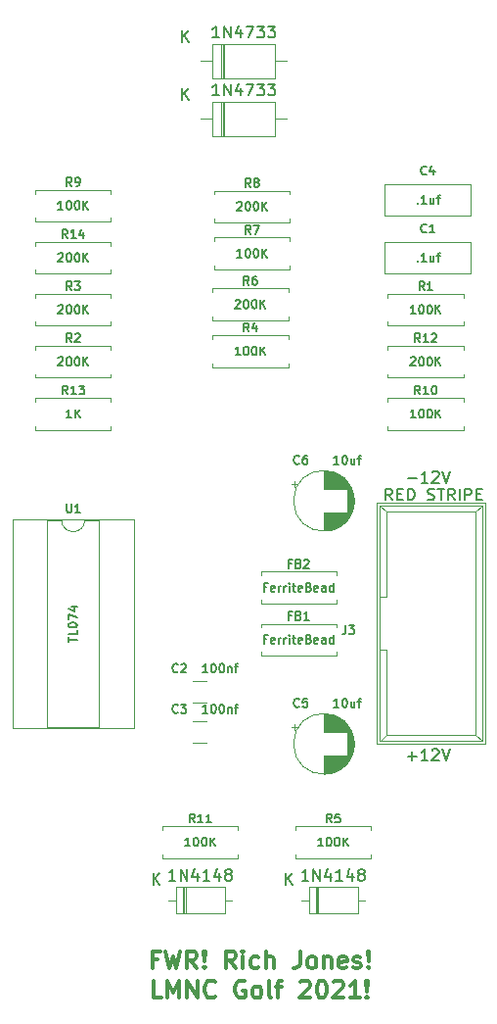
<source format=gbr>
%TF.GenerationSoftware,KiCad,Pcbnew,(5.1.8-0-10_14)*%
%TF.CreationDate,2021-07-07T10:12:16-04:00*%
%TF.ProjectId,fwr,6677722e-6b69-4636-9164-5f7063625858,rev?*%
%TF.SameCoordinates,Original*%
%TF.FileFunction,Legend,Top*%
%TF.FilePolarity,Positive*%
%FSLAX46Y46*%
G04 Gerber Fmt 4.6, Leading zero omitted, Abs format (unit mm)*
G04 Created by KiCad (PCBNEW (5.1.8-0-10_14)) date 2021-07-07 10:12:16*
%MOMM*%
%LPD*%
G01*
G04 APERTURE LIST*
%ADD10C,0.300000*%
%ADD11C,0.120000*%
%ADD12C,0.150000*%
G04 APERTURE END LIST*
D10*
X116142857Y-142617857D02*
X115642857Y-142617857D01*
X115642857Y-143403571D02*
X115642857Y-141903571D01*
X116357142Y-141903571D01*
X116785714Y-141903571D02*
X117142857Y-143403571D01*
X117428571Y-142332142D01*
X117714285Y-143403571D01*
X118071428Y-141903571D01*
X119500000Y-143403571D02*
X119000000Y-142689285D01*
X118642857Y-143403571D02*
X118642857Y-141903571D01*
X119214285Y-141903571D01*
X119357142Y-141975000D01*
X119428571Y-142046428D01*
X119500000Y-142189285D01*
X119500000Y-142403571D01*
X119428571Y-142546428D01*
X119357142Y-142617857D01*
X119214285Y-142689285D01*
X118642857Y-142689285D01*
X120142857Y-143260714D02*
X120214285Y-143332142D01*
X120142857Y-143403571D01*
X120071428Y-143332142D01*
X120142857Y-143260714D01*
X120142857Y-143403571D01*
X120142857Y-142832142D02*
X120071428Y-141975000D01*
X120142857Y-141903571D01*
X120214285Y-141975000D01*
X120142857Y-142832142D01*
X120142857Y-141903571D01*
X122857142Y-143403571D02*
X122357142Y-142689285D01*
X122000000Y-143403571D02*
X122000000Y-141903571D01*
X122571428Y-141903571D01*
X122714285Y-141975000D01*
X122785714Y-142046428D01*
X122857142Y-142189285D01*
X122857142Y-142403571D01*
X122785714Y-142546428D01*
X122714285Y-142617857D01*
X122571428Y-142689285D01*
X122000000Y-142689285D01*
X123500000Y-143403571D02*
X123500000Y-142403571D01*
X123500000Y-141903571D02*
X123428571Y-141975000D01*
X123500000Y-142046428D01*
X123571428Y-141975000D01*
X123500000Y-141903571D01*
X123500000Y-142046428D01*
X124857142Y-143332142D02*
X124714285Y-143403571D01*
X124428571Y-143403571D01*
X124285714Y-143332142D01*
X124214285Y-143260714D01*
X124142857Y-143117857D01*
X124142857Y-142689285D01*
X124214285Y-142546428D01*
X124285714Y-142475000D01*
X124428571Y-142403571D01*
X124714285Y-142403571D01*
X124857142Y-142475000D01*
X125500000Y-143403571D02*
X125500000Y-141903571D01*
X126142857Y-143403571D02*
X126142857Y-142617857D01*
X126071428Y-142475000D01*
X125928571Y-142403571D01*
X125714285Y-142403571D01*
X125571428Y-142475000D01*
X125500000Y-142546428D01*
X128428571Y-141903571D02*
X128428571Y-142975000D01*
X128357142Y-143189285D01*
X128214285Y-143332142D01*
X128000000Y-143403571D01*
X127857142Y-143403571D01*
X129357142Y-143403571D02*
X129214285Y-143332142D01*
X129142857Y-143260714D01*
X129071428Y-143117857D01*
X129071428Y-142689285D01*
X129142857Y-142546428D01*
X129214285Y-142475000D01*
X129357142Y-142403571D01*
X129571428Y-142403571D01*
X129714285Y-142475000D01*
X129785714Y-142546428D01*
X129857142Y-142689285D01*
X129857142Y-143117857D01*
X129785714Y-143260714D01*
X129714285Y-143332142D01*
X129571428Y-143403571D01*
X129357142Y-143403571D01*
X130500000Y-142403571D02*
X130500000Y-143403571D01*
X130500000Y-142546428D02*
X130571428Y-142475000D01*
X130714285Y-142403571D01*
X130928571Y-142403571D01*
X131071428Y-142475000D01*
X131142857Y-142617857D01*
X131142857Y-143403571D01*
X132428571Y-143332142D02*
X132285714Y-143403571D01*
X132000000Y-143403571D01*
X131857142Y-143332142D01*
X131785714Y-143189285D01*
X131785714Y-142617857D01*
X131857142Y-142475000D01*
X132000000Y-142403571D01*
X132285714Y-142403571D01*
X132428571Y-142475000D01*
X132500000Y-142617857D01*
X132500000Y-142760714D01*
X131785714Y-142903571D01*
X133071428Y-143332142D02*
X133214285Y-143403571D01*
X133500000Y-143403571D01*
X133642857Y-143332142D01*
X133714285Y-143189285D01*
X133714285Y-143117857D01*
X133642857Y-142975000D01*
X133500000Y-142903571D01*
X133285714Y-142903571D01*
X133142857Y-142832142D01*
X133071428Y-142689285D01*
X133071428Y-142617857D01*
X133142857Y-142475000D01*
X133285714Y-142403571D01*
X133500000Y-142403571D01*
X133642857Y-142475000D01*
X134357142Y-143260714D02*
X134428571Y-143332142D01*
X134357142Y-143403571D01*
X134285714Y-143332142D01*
X134357142Y-143260714D01*
X134357142Y-143403571D01*
X134357142Y-142832142D02*
X134285714Y-141975000D01*
X134357142Y-141903571D01*
X134428571Y-141975000D01*
X134357142Y-142832142D01*
X134357142Y-141903571D01*
X116464285Y-145953571D02*
X115750000Y-145953571D01*
X115750000Y-144453571D01*
X116964285Y-145953571D02*
X116964285Y-144453571D01*
X117464285Y-145525000D01*
X117964285Y-144453571D01*
X117964285Y-145953571D01*
X118678571Y-145953571D02*
X118678571Y-144453571D01*
X119535714Y-145953571D01*
X119535714Y-144453571D01*
X121107142Y-145810714D02*
X121035714Y-145882142D01*
X120821428Y-145953571D01*
X120678571Y-145953571D01*
X120464285Y-145882142D01*
X120321428Y-145739285D01*
X120250000Y-145596428D01*
X120178571Y-145310714D01*
X120178571Y-145096428D01*
X120250000Y-144810714D01*
X120321428Y-144667857D01*
X120464285Y-144525000D01*
X120678571Y-144453571D01*
X120821428Y-144453571D01*
X121035714Y-144525000D01*
X121107142Y-144596428D01*
X123678571Y-144525000D02*
X123535714Y-144453571D01*
X123321428Y-144453571D01*
X123107142Y-144525000D01*
X122964285Y-144667857D01*
X122892857Y-144810714D01*
X122821428Y-145096428D01*
X122821428Y-145310714D01*
X122892857Y-145596428D01*
X122964285Y-145739285D01*
X123107142Y-145882142D01*
X123321428Y-145953571D01*
X123464285Y-145953571D01*
X123678571Y-145882142D01*
X123750000Y-145810714D01*
X123750000Y-145310714D01*
X123464285Y-145310714D01*
X124607142Y-145953571D02*
X124464285Y-145882142D01*
X124392857Y-145810714D01*
X124321428Y-145667857D01*
X124321428Y-145239285D01*
X124392857Y-145096428D01*
X124464285Y-145025000D01*
X124607142Y-144953571D01*
X124821428Y-144953571D01*
X124964285Y-145025000D01*
X125035714Y-145096428D01*
X125107142Y-145239285D01*
X125107142Y-145667857D01*
X125035714Y-145810714D01*
X124964285Y-145882142D01*
X124821428Y-145953571D01*
X124607142Y-145953571D01*
X125964285Y-145953571D02*
X125821428Y-145882142D01*
X125750000Y-145739285D01*
X125750000Y-144453571D01*
X126321428Y-144953571D02*
X126892857Y-144953571D01*
X126535714Y-145953571D02*
X126535714Y-144667857D01*
X126607142Y-144525000D01*
X126750000Y-144453571D01*
X126892857Y-144453571D01*
X128464285Y-144596428D02*
X128535714Y-144525000D01*
X128678571Y-144453571D01*
X129035714Y-144453571D01*
X129178571Y-144525000D01*
X129250000Y-144596428D01*
X129321428Y-144739285D01*
X129321428Y-144882142D01*
X129250000Y-145096428D01*
X128392857Y-145953571D01*
X129321428Y-145953571D01*
X130250000Y-144453571D02*
X130392857Y-144453571D01*
X130535714Y-144525000D01*
X130607142Y-144596428D01*
X130678571Y-144739285D01*
X130750000Y-145025000D01*
X130750000Y-145382142D01*
X130678571Y-145667857D01*
X130607142Y-145810714D01*
X130535714Y-145882142D01*
X130392857Y-145953571D01*
X130250000Y-145953571D01*
X130107142Y-145882142D01*
X130035714Y-145810714D01*
X129964285Y-145667857D01*
X129892857Y-145382142D01*
X129892857Y-145025000D01*
X129964285Y-144739285D01*
X130035714Y-144596428D01*
X130107142Y-144525000D01*
X130250000Y-144453571D01*
X131321428Y-144596428D02*
X131392857Y-144525000D01*
X131535714Y-144453571D01*
X131892857Y-144453571D01*
X132035714Y-144525000D01*
X132107142Y-144596428D01*
X132178571Y-144739285D01*
X132178571Y-144882142D01*
X132107142Y-145096428D01*
X131250000Y-145953571D01*
X132178571Y-145953571D01*
X133607142Y-145953571D02*
X132750000Y-145953571D01*
X133178571Y-145953571D02*
X133178571Y-144453571D01*
X133035714Y-144667857D01*
X132892857Y-144810714D01*
X132750000Y-144882142D01*
X134250000Y-145810714D02*
X134321428Y-145882142D01*
X134250000Y-145953571D01*
X134178571Y-145882142D01*
X134250000Y-145810714D01*
X134250000Y-145953571D01*
X134250000Y-145382142D02*
X134178571Y-144525000D01*
X134250000Y-144453571D01*
X134321428Y-144525000D01*
X134250000Y-145382142D01*
X134250000Y-144453571D01*
D11*
%TO.C,C1*%
X135780000Y-80630000D02*
X143220000Y-80630000D01*
X135780000Y-83370000D02*
X143220000Y-83370000D01*
X135780000Y-80630000D02*
X135780000Y-83370000D01*
X143220000Y-80630000D02*
X143220000Y-83370000D01*
%TO.C,C2*%
X119121000Y-118580000D02*
X120379000Y-118580000D01*
X119121000Y-120420000D02*
X120379000Y-120420000D01*
%TO.C,C3*%
X119121000Y-123920000D02*
X120379000Y-123920000D01*
X119121000Y-122080000D02*
X120379000Y-122080000D01*
%TO.C,C4*%
X143220000Y-75630000D02*
X143220000Y-78370000D01*
X135780000Y-75630000D02*
X135780000Y-78370000D01*
X135780000Y-78370000D02*
X143220000Y-78370000D01*
X135780000Y-75630000D02*
X143220000Y-75630000D01*
%TO.C,C5*%
X127945225Y-122275000D02*
X127945225Y-122775000D01*
X127695225Y-122525000D02*
X128195225Y-122525000D01*
X133101000Y-123716000D02*
X133101000Y-124284000D01*
X133061000Y-123482000D02*
X133061000Y-124518000D01*
X133021000Y-123323000D02*
X133021000Y-124677000D01*
X132981000Y-123195000D02*
X132981000Y-124805000D01*
X132941000Y-123085000D02*
X132941000Y-124915000D01*
X132901000Y-122989000D02*
X132901000Y-125011000D01*
X132861000Y-122902000D02*
X132861000Y-125098000D01*
X132821000Y-122822000D02*
X132821000Y-125178000D01*
X132781000Y-122749000D02*
X132781000Y-125251000D01*
X132741000Y-122681000D02*
X132741000Y-125319000D01*
X132701000Y-122617000D02*
X132701000Y-125383000D01*
X132661000Y-122557000D02*
X132661000Y-125443000D01*
X132621000Y-122500000D02*
X132621000Y-125500000D01*
X132581000Y-122446000D02*
X132581000Y-125554000D01*
X132541000Y-122395000D02*
X132541000Y-125605000D01*
X132501000Y-125040000D02*
X132501000Y-125653000D01*
X132501000Y-122347000D02*
X132501000Y-122960000D01*
X132461000Y-125040000D02*
X132461000Y-125699000D01*
X132461000Y-122301000D02*
X132461000Y-122960000D01*
X132421000Y-125040000D02*
X132421000Y-125743000D01*
X132421000Y-122257000D02*
X132421000Y-122960000D01*
X132381000Y-125040000D02*
X132381000Y-125785000D01*
X132381000Y-122215000D02*
X132381000Y-122960000D01*
X132341000Y-125040000D02*
X132341000Y-125826000D01*
X132341000Y-122174000D02*
X132341000Y-122960000D01*
X132301000Y-125040000D02*
X132301000Y-125864000D01*
X132301000Y-122136000D02*
X132301000Y-122960000D01*
X132261000Y-125040000D02*
X132261000Y-125901000D01*
X132261000Y-122099000D02*
X132261000Y-122960000D01*
X132221000Y-125040000D02*
X132221000Y-125937000D01*
X132221000Y-122063000D02*
X132221000Y-122960000D01*
X132181000Y-125040000D02*
X132181000Y-125971000D01*
X132181000Y-122029000D02*
X132181000Y-122960000D01*
X132141000Y-125040000D02*
X132141000Y-126004000D01*
X132141000Y-121996000D02*
X132141000Y-122960000D01*
X132101000Y-125040000D02*
X132101000Y-126035000D01*
X132101000Y-121965000D02*
X132101000Y-122960000D01*
X132061000Y-125040000D02*
X132061000Y-126065000D01*
X132061000Y-121935000D02*
X132061000Y-122960000D01*
X132021000Y-125040000D02*
X132021000Y-126095000D01*
X132021000Y-121905000D02*
X132021000Y-122960000D01*
X131981000Y-125040000D02*
X131981000Y-126122000D01*
X131981000Y-121878000D02*
X131981000Y-122960000D01*
X131941000Y-125040000D02*
X131941000Y-126149000D01*
X131941000Y-121851000D02*
X131941000Y-122960000D01*
X131901000Y-125040000D02*
X131901000Y-126175000D01*
X131901000Y-121825000D02*
X131901000Y-122960000D01*
X131861000Y-125040000D02*
X131861000Y-126200000D01*
X131861000Y-121800000D02*
X131861000Y-122960000D01*
X131821000Y-125040000D02*
X131821000Y-126224000D01*
X131821000Y-121776000D02*
X131821000Y-122960000D01*
X131781000Y-125040000D02*
X131781000Y-126247000D01*
X131781000Y-121753000D02*
X131781000Y-122960000D01*
X131741000Y-125040000D02*
X131741000Y-126268000D01*
X131741000Y-121732000D02*
X131741000Y-122960000D01*
X131701000Y-125040000D02*
X131701000Y-126290000D01*
X131701000Y-121710000D02*
X131701000Y-122960000D01*
X131661000Y-125040000D02*
X131661000Y-126310000D01*
X131661000Y-121690000D02*
X131661000Y-122960000D01*
X131621000Y-125040000D02*
X131621000Y-126329000D01*
X131621000Y-121671000D02*
X131621000Y-122960000D01*
X131581000Y-125040000D02*
X131581000Y-126348000D01*
X131581000Y-121652000D02*
X131581000Y-122960000D01*
X131541000Y-125040000D02*
X131541000Y-126365000D01*
X131541000Y-121635000D02*
X131541000Y-122960000D01*
X131501000Y-125040000D02*
X131501000Y-126382000D01*
X131501000Y-121618000D02*
X131501000Y-122960000D01*
X131461000Y-125040000D02*
X131461000Y-126398000D01*
X131461000Y-121602000D02*
X131461000Y-122960000D01*
X131421000Y-125040000D02*
X131421000Y-126414000D01*
X131421000Y-121586000D02*
X131421000Y-122960000D01*
X131381000Y-125040000D02*
X131381000Y-126428000D01*
X131381000Y-121572000D02*
X131381000Y-122960000D01*
X131341000Y-125040000D02*
X131341000Y-126442000D01*
X131341000Y-121558000D02*
X131341000Y-122960000D01*
X131301000Y-125040000D02*
X131301000Y-126455000D01*
X131301000Y-121545000D02*
X131301000Y-122960000D01*
X131261000Y-125040000D02*
X131261000Y-126468000D01*
X131261000Y-121532000D02*
X131261000Y-122960000D01*
X131221000Y-125040000D02*
X131221000Y-126480000D01*
X131221000Y-121520000D02*
X131221000Y-122960000D01*
X131180000Y-125040000D02*
X131180000Y-126491000D01*
X131180000Y-121509000D02*
X131180000Y-122960000D01*
X131140000Y-125040000D02*
X131140000Y-126501000D01*
X131140000Y-121499000D02*
X131140000Y-122960000D01*
X131100000Y-125040000D02*
X131100000Y-126511000D01*
X131100000Y-121489000D02*
X131100000Y-122960000D01*
X131060000Y-125040000D02*
X131060000Y-126520000D01*
X131060000Y-121480000D02*
X131060000Y-122960000D01*
X131020000Y-125040000D02*
X131020000Y-126528000D01*
X131020000Y-121472000D02*
X131020000Y-122960000D01*
X130980000Y-125040000D02*
X130980000Y-126536000D01*
X130980000Y-121464000D02*
X130980000Y-122960000D01*
X130940000Y-125040000D02*
X130940000Y-126543000D01*
X130940000Y-121457000D02*
X130940000Y-122960000D01*
X130900000Y-125040000D02*
X130900000Y-126550000D01*
X130900000Y-121450000D02*
X130900000Y-122960000D01*
X130860000Y-125040000D02*
X130860000Y-126556000D01*
X130860000Y-121444000D02*
X130860000Y-122960000D01*
X130820000Y-125040000D02*
X130820000Y-126561000D01*
X130820000Y-121439000D02*
X130820000Y-122960000D01*
X130780000Y-125040000D02*
X130780000Y-126565000D01*
X130780000Y-121435000D02*
X130780000Y-122960000D01*
X130740000Y-125040000D02*
X130740000Y-126569000D01*
X130740000Y-121431000D02*
X130740000Y-122960000D01*
X130700000Y-125040000D02*
X130700000Y-126573000D01*
X130700000Y-121427000D02*
X130700000Y-122960000D01*
X130660000Y-125040000D02*
X130660000Y-126576000D01*
X130660000Y-121424000D02*
X130660000Y-122960000D01*
X130620000Y-125040000D02*
X130620000Y-126578000D01*
X130620000Y-121422000D02*
X130620000Y-122960000D01*
X130580000Y-125040000D02*
X130580000Y-126579000D01*
X130580000Y-121421000D02*
X130580000Y-122960000D01*
X130540000Y-121420000D02*
X130540000Y-122960000D01*
X130540000Y-125040000D02*
X130540000Y-126580000D01*
X130500000Y-121420000D02*
X130500000Y-122960000D01*
X130500000Y-125040000D02*
X130500000Y-126580000D01*
X133120000Y-124000000D02*
G75*
G03*
X133120000Y-124000000I-2620000J0D01*
G01*
%TO.C,C6*%
X133120000Y-103000000D02*
G75*
G03*
X133120000Y-103000000I-2620000J0D01*
G01*
X130500000Y-104040000D02*
X130500000Y-105580000D01*
X130500000Y-100420000D02*
X130500000Y-101960000D01*
X130540000Y-104040000D02*
X130540000Y-105580000D01*
X130540000Y-100420000D02*
X130540000Y-101960000D01*
X130580000Y-100421000D02*
X130580000Y-101960000D01*
X130580000Y-104040000D02*
X130580000Y-105579000D01*
X130620000Y-100422000D02*
X130620000Y-101960000D01*
X130620000Y-104040000D02*
X130620000Y-105578000D01*
X130660000Y-100424000D02*
X130660000Y-101960000D01*
X130660000Y-104040000D02*
X130660000Y-105576000D01*
X130700000Y-100427000D02*
X130700000Y-101960000D01*
X130700000Y-104040000D02*
X130700000Y-105573000D01*
X130740000Y-100431000D02*
X130740000Y-101960000D01*
X130740000Y-104040000D02*
X130740000Y-105569000D01*
X130780000Y-100435000D02*
X130780000Y-101960000D01*
X130780000Y-104040000D02*
X130780000Y-105565000D01*
X130820000Y-100439000D02*
X130820000Y-101960000D01*
X130820000Y-104040000D02*
X130820000Y-105561000D01*
X130860000Y-100444000D02*
X130860000Y-101960000D01*
X130860000Y-104040000D02*
X130860000Y-105556000D01*
X130900000Y-100450000D02*
X130900000Y-101960000D01*
X130900000Y-104040000D02*
X130900000Y-105550000D01*
X130940000Y-100457000D02*
X130940000Y-101960000D01*
X130940000Y-104040000D02*
X130940000Y-105543000D01*
X130980000Y-100464000D02*
X130980000Y-101960000D01*
X130980000Y-104040000D02*
X130980000Y-105536000D01*
X131020000Y-100472000D02*
X131020000Y-101960000D01*
X131020000Y-104040000D02*
X131020000Y-105528000D01*
X131060000Y-100480000D02*
X131060000Y-101960000D01*
X131060000Y-104040000D02*
X131060000Y-105520000D01*
X131100000Y-100489000D02*
X131100000Y-101960000D01*
X131100000Y-104040000D02*
X131100000Y-105511000D01*
X131140000Y-100499000D02*
X131140000Y-101960000D01*
X131140000Y-104040000D02*
X131140000Y-105501000D01*
X131180000Y-100509000D02*
X131180000Y-101960000D01*
X131180000Y-104040000D02*
X131180000Y-105491000D01*
X131221000Y-100520000D02*
X131221000Y-101960000D01*
X131221000Y-104040000D02*
X131221000Y-105480000D01*
X131261000Y-100532000D02*
X131261000Y-101960000D01*
X131261000Y-104040000D02*
X131261000Y-105468000D01*
X131301000Y-100545000D02*
X131301000Y-101960000D01*
X131301000Y-104040000D02*
X131301000Y-105455000D01*
X131341000Y-100558000D02*
X131341000Y-101960000D01*
X131341000Y-104040000D02*
X131341000Y-105442000D01*
X131381000Y-100572000D02*
X131381000Y-101960000D01*
X131381000Y-104040000D02*
X131381000Y-105428000D01*
X131421000Y-100586000D02*
X131421000Y-101960000D01*
X131421000Y-104040000D02*
X131421000Y-105414000D01*
X131461000Y-100602000D02*
X131461000Y-101960000D01*
X131461000Y-104040000D02*
X131461000Y-105398000D01*
X131501000Y-100618000D02*
X131501000Y-101960000D01*
X131501000Y-104040000D02*
X131501000Y-105382000D01*
X131541000Y-100635000D02*
X131541000Y-101960000D01*
X131541000Y-104040000D02*
X131541000Y-105365000D01*
X131581000Y-100652000D02*
X131581000Y-101960000D01*
X131581000Y-104040000D02*
X131581000Y-105348000D01*
X131621000Y-100671000D02*
X131621000Y-101960000D01*
X131621000Y-104040000D02*
X131621000Y-105329000D01*
X131661000Y-100690000D02*
X131661000Y-101960000D01*
X131661000Y-104040000D02*
X131661000Y-105310000D01*
X131701000Y-100710000D02*
X131701000Y-101960000D01*
X131701000Y-104040000D02*
X131701000Y-105290000D01*
X131741000Y-100732000D02*
X131741000Y-101960000D01*
X131741000Y-104040000D02*
X131741000Y-105268000D01*
X131781000Y-100753000D02*
X131781000Y-101960000D01*
X131781000Y-104040000D02*
X131781000Y-105247000D01*
X131821000Y-100776000D02*
X131821000Y-101960000D01*
X131821000Y-104040000D02*
X131821000Y-105224000D01*
X131861000Y-100800000D02*
X131861000Y-101960000D01*
X131861000Y-104040000D02*
X131861000Y-105200000D01*
X131901000Y-100825000D02*
X131901000Y-101960000D01*
X131901000Y-104040000D02*
X131901000Y-105175000D01*
X131941000Y-100851000D02*
X131941000Y-101960000D01*
X131941000Y-104040000D02*
X131941000Y-105149000D01*
X131981000Y-100878000D02*
X131981000Y-101960000D01*
X131981000Y-104040000D02*
X131981000Y-105122000D01*
X132021000Y-100905000D02*
X132021000Y-101960000D01*
X132021000Y-104040000D02*
X132021000Y-105095000D01*
X132061000Y-100935000D02*
X132061000Y-101960000D01*
X132061000Y-104040000D02*
X132061000Y-105065000D01*
X132101000Y-100965000D02*
X132101000Y-101960000D01*
X132101000Y-104040000D02*
X132101000Y-105035000D01*
X132141000Y-100996000D02*
X132141000Y-101960000D01*
X132141000Y-104040000D02*
X132141000Y-105004000D01*
X132181000Y-101029000D02*
X132181000Y-101960000D01*
X132181000Y-104040000D02*
X132181000Y-104971000D01*
X132221000Y-101063000D02*
X132221000Y-101960000D01*
X132221000Y-104040000D02*
X132221000Y-104937000D01*
X132261000Y-101099000D02*
X132261000Y-101960000D01*
X132261000Y-104040000D02*
X132261000Y-104901000D01*
X132301000Y-101136000D02*
X132301000Y-101960000D01*
X132301000Y-104040000D02*
X132301000Y-104864000D01*
X132341000Y-101174000D02*
X132341000Y-101960000D01*
X132341000Y-104040000D02*
X132341000Y-104826000D01*
X132381000Y-101215000D02*
X132381000Y-101960000D01*
X132381000Y-104040000D02*
X132381000Y-104785000D01*
X132421000Y-101257000D02*
X132421000Y-101960000D01*
X132421000Y-104040000D02*
X132421000Y-104743000D01*
X132461000Y-101301000D02*
X132461000Y-101960000D01*
X132461000Y-104040000D02*
X132461000Y-104699000D01*
X132501000Y-101347000D02*
X132501000Y-101960000D01*
X132501000Y-104040000D02*
X132501000Y-104653000D01*
X132541000Y-101395000D02*
X132541000Y-104605000D01*
X132581000Y-101446000D02*
X132581000Y-104554000D01*
X132621000Y-101500000D02*
X132621000Y-104500000D01*
X132661000Y-101557000D02*
X132661000Y-104443000D01*
X132701000Y-101617000D02*
X132701000Y-104383000D01*
X132741000Y-101681000D02*
X132741000Y-104319000D01*
X132781000Y-101749000D02*
X132781000Y-104251000D01*
X132821000Y-101822000D02*
X132821000Y-104178000D01*
X132861000Y-101902000D02*
X132861000Y-104098000D01*
X132901000Y-101989000D02*
X132901000Y-104011000D01*
X132941000Y-102085000D02*
X132941000Y-103915000D01*
X132981000Y-102195000D02*
X132981000Y-103805000D01*
X133021000Y-102323000D02*
X133021000Y-103677000D01*
X133061000Y-102482000D02*
X133061000Y-103518000D01*
X133101000Y-102716000D02*
X133101000Y-103284000D01*
X127695225Y-101525000D02*
X128195225Y-101525000D01*
X127945225Y-101275000D02*
X127945225Y-101775000D01*
%TO.C,1N4148*%
X129190000Y-136380000D02*
X129190000Y-138620000D01*
X129190000Y-138620000D02*
X133430000Y-138620000D01*
X133430000Y-138620000D02*
X133430000Y-136380000D01*
X133430000Y-136380000D02*
X129190000Y-136380000D01*
X128540000Y-137500000D02*
X129190000Y-137500000D01*
X134080000Y-137500000D02*
X133430000Y-137500000D01*
X129910000Y-136380000D02*
X129910000Y-138620000D01*
X130030000Y-136380000D02*
X130030000Y-138620000D01*
X129790000Y-136380000D02*
X129790000Y-138620000D01*
X118290000Y-136380000D02*
X118290000Y-138620000D01*
X118530000Y-136380000D02*
X118530000Y-138620000D01*
X118410000Y-136380000D02*
X118410000Y-138620000D01*
X122580000Y-137500000D02*
X121930000Y-137500000D01*
X117040000Y-137500000D02*
X117690000Y-137500000D01*
X121930000Y-136380000D02*
X117690000Y-136380000D01*
X121930000Y-138620000D02*
X121930000Y-136380000D01*
X117690000Y-138620000D02*
X121930000Y-138620000D01*
X117690000Y-136380000D02*
X117690000Y-138620000D01*
%TO.C,1N4733*%
X121640000Y-63530000D02*
X121640000Y-66470000D01*
X121880000Y-63530000D02*
X121880000Y-66470000D01*
X121760000Y-63530000D02*
X121760000Y-66470000D01*
X127320000Y-65000000D02*
X126300000Y-65000000D01*
X119840000Y-65000000D02*
X120860000Y-65000000D01*
X126300000Y-63530000D02*
X120860000Y-63530000D01*
X126300000Y-66470000D02*
X126300000Y-63530000D01*
X120860000Y-66470000D02*
X126300000Y-66470000D01*
X120860000Y-63530000D02*
X120860000Y-66470000D01*
X120860000Y-68530000D02*
X120860000Y-71470000D01*
X120860000Y-71470000D02*
X126300000Y-71470000D01*
X126300000Y-71470000D02*
X126300000Y-68530000D01*
X126300000Y-68530000D02*
X120860000Y-68530000D01*
X119840000Y-70000000D02*
X120860000Y-70000000D01*
X127320000Y-70000000D02*
X126300000Y-70000000D01*
X121760000Y-68530000D02*
X121760000Y-71470000D01*
X121880000Y-68530000D02*
X121880000Y-71470000D01*
X121640000Y-68530000D02*
X121640000Y-71470000D01*
%TO.C,FB1*%
X131580000Y-116370000D02*
X131580000Y-116040000D01*
X125040000Y-116370000D02*
X131580000Y-116370000D01*
X125040000Y-116040000D02*
X125040000Y-116370000D01*
X131580000Y-113630000D02*
X131580000Y-113960000D01*
X125040000Y-113630000D02*
X131580000Y-113630000D01*
X125040000Y-113960000D02*
X125040000Y-113630000D01*
%TO.C,FB2*%
X125040000Y-109460000D02*
X125040000Y-109130000D01*
X125040000Y-109130000D02*
X131580000Y-109130000D01*
X131580000Y-109130000D02*
X131580000Y-109460000D01*
X125040000Y-111540000D02*
X125040000Y-111870000D01*
X125040000Y-111870000D02*
X131580000Y-111870000D01*
X131580000Y-111870000D02*
X131580000Y-111540000D01*
%TO.C,J3*%
X144445000Y-103150000D02*
X144445000Y-124010000D01*
X144445000Y-124010000D02*
X135095000Y-124010000D01*
X135095000Y-124010000D02*
X135095000Y-103150000D01*
X135095000Y-103150000D02*
X144445000Y-103150000D01*
X135350000Y-103400000D02*
X144200000Y-103400000D01*
X144200000Y-103400000D02*
X144200000Y-123750000D01*
X144200000Y-123750000D02*
X135350000Y-123750000D01*
X135350000Y-123750000D02*
X135350000Y-103400000D01*
X135350000Y-103400000D02*
X135900000Y-103950000D01*
X135900000Y-103950000D02*
X143650000Y-103950000D01*
X143650000Y-103950000D02*
X144200000Y-103400000D01*
X143650000Y-103950000D02*
X143650000Y-123200000D01*
X143650000Y-123200000D02*
X144200000Y-123750000D01*
X143650000Y-123200000D02*
X135900000Y-123200000D01*
X135900000Y-123200000D02*
X135400000Y-123700000D01*
X135900000Y-123200000D02*
X135900000Y-115850000D01*
X135900000Y-115830000D02*
X135390000Y-115830000D01*
X135400000Y-111330000D02*
X135880000Y-111330000D01*
X135900000Y-111330000D02*
X135900000Y-103950000D01*
%TO.C,R1*%
X136040000Y-85460000D02*
X136040000Y-85130000D01*
X136040000Y-85130000D02*
X142580000Y-85130000D01*
X142580000Y-85130000D02*
X142580000Y-85460000D01*
X136040000Y-87540000D02*
X136040000Y-87870000D01*
X136040000Y-87870000D02*
X142580000Y-87870000D01*
X142580000Y-87870000D02*
X142580000Y-87540000D01*
%TO.C,R2*%
X112080000Y-92370000D02*
X112080000Y-92040000D01*
X105540000Y-92370000D02*
X112080000Y-92370000D01*
X105540000Y-92040000D02*
X105540000Y-92370000D01*
X112080000Y-89630000D02*
X112080000Y-89960000D01*
X105540000Y-89630000D02*
X112080000Y-89630000D01*
X105540000Y-89960000D02*
X105540000Y-89630000D01*
%TO.C,R3*%
X112080000Y-87870000D02*
X112080000Y-87540000D01*
X105540000Y-87870000D02*
X112080000Y-87870000D01*
X105540000Y-87540000D02*
X105540000Y-87870000D01*
X112080000Y-85130000D02*
X112080000Y-85460000D01*
X105540000Y-85130000D02*
X112080000Y-85130000D01*
X105540000Y-85460000D02*
X105540000Y-85130000D01*
%TO.C,R4*%
X120875001Y-89035001D02*
X120875001Y-88705001D01*
X120875001Y-88705001D02*
X127415001Y-88705001D01*
X127415001Y-88705001D02*
X127415001Y-89035001D01*
X120875001Y-91115001D02*
X120875001Y-91445001D01*
X120875001Y-91445001D02*
X127415001Y-91445001D01*
X127415001Y-91445001D02*
X127415001Y-91115001D01*
%TO.C,R5*%
X128040000Y-131460000D02*
X128040000Y-131130000D01*
X128040000Y-131130000D02*
X134580000Y-131130000D01*
X134580000Y-131130000D02*
X134580000Y-131460000D01*
X128040000Y-133540000D02*
X128040000Y-133870000D01*
X128040000Y-133870000D02*
X134580000Y-133870000D01*
X134580000Y-133870000D02*
X134580000Y-133540000D01*
%TO.C,R6*%
X127415001Y-87395001D02*
X127415001Y-87065001D01*
X120875001Y-87395001D02*
X127415001Y-87395001D01*
X120875001Y-87065001D02*
X120875001Y-87395001D01*
X127415001Y-84655001D02*
X127415001Y-84985001D01*
X120875001Y-84655001D02*
X127415001Y-84655001D01*
X120875001Y-84985001D02*
X120875001Y-84655001D01*
%TO.C,R7*%
X127565001Y-82995001D02*
X127565001Y-82665001D01*
X121025001Y-82995001D02*
X127565001Y-82995001D01*
X121025001Y-82665001D02*
X121025001Y-82995001D01*
X127565001Y-80255001D02*
X127565001Y-80585001D01*
X121025001Y-80255001D02*
X127565001Y-80255001D01*
X121025001Y-80585001D02*
X121025001Y-80255001D01*
%TO.C,R8*%
X121025001Y-76535001D02*
X121025001Y-76205001D01*
X121025001Y-76205001D02*
X127565001Y-76205001D01*
X127565001Y-76205001D02*
X127565001Y-76535001D01*
X121025001Y-78615001D02*
X121025001Y-78945001D01*
X121025001Y-78945001D02*
X127565001Y-78945001D01*
X127565001Y-78945001D02*
X127565001Y-78615001D01*
%TO.C,R9*%
X105540000Y-76460000D02*
X105540000Y-76130000D01*
X105540000Y-76130000D02*
X112080000Y-76130000D01*
X112080000Y-76130000D02*
X112080000Y-76460000D01*
X105540000Y-78540000D02*
X105540000Y-78870000D01*
X105540000Y-78870000D02*
X112080000Y-78870000D01*
X112080000Y-78870000D02*
X112080000Y-78540000D01*
%TO.C,R10*%
X142580000Y-96870000D02*
X142580000Y-96540000D01*
X136040000Y-96870000D02*
X142580000Y-96870000D01*
X136040000Y-96540000D02*
X136040000Y-96870000D01*
X142580000Y-94130000D02*
X142580000Y-94460000D01*
X136040000Y-94130000D02*
X142580000Y-94130000D01*
X136040000Y-94460000D02*
X136040000Y-94130000D01*
%TO.C,R11*%
X123080000Y-133870000D02*
X123080000Y-133540000D01*
X116540000Y-133870000D02*
X123080000Y-133870000D01*
X116540000Y-133540000D02*
X116540000Y-133870000D01*
X123080000Y-131130000D02*
X123080000Y-131460000D01*
X116540000Y-131130000D02*
X123080000Y-131130000D01*
X116540000Y-131460000D02*
X116540000Y-131130000D01*
%TO.C,R12*%
X142580000Y-92370000D02*
X142580000Y-92040000D01*
X136040000Y-92370000D02*
X142580000Y-92370000D01*
X136040000Y-92040000D02*
X136040000Y-92370000D01*
X142580000Y-89630000D02*
X142580000Y-89960000D01*
X136040000Y-89630000D02*
X142580000Y-89630000D01*
X136040000Y-89960000D02*
X136040000Y-89630000D01*
%TO.C,R13*%
X105540000Y-94460000D02*
X105540000Y-94130000D01*
X105540000Y-94130000D02*
X112080000Y-94130000D01*
X112080000Y-94130000D02*
X112080000Y-94460000D01*
X105540000Y-96540000D02*
X105540000Y-96870000D01*
X105540000Y-96870000D02*
X112080000Y-96870000D01*
X112080000Y-96870000D02*
X112080000Y-96540000D01*
%TO.C,R14*%
X105540000Y-80960000D02*
X105540000Y-80630000D01*
X105540000Y-80630000D02*
X112080000Y-80630000D01*
X112080000Y-80630000D02*
X112080000Y-80960000D01*
X105540000Y-83040000D02*
X105540000Y-83370000D01*
X105540000Y-83370000D02*
X112080000Y-83370000D01*
X112080000Y-83370000D02*
X112080000Y-83040000D01*
%TO.C,U1*%
X114060000Y-104610000D02*
X103560000Y-104610000D01*
X114060000Y-122630000D02*
X114060000Y-104610000D01*
X103560000Y-122630000D02*
X114060000Y-122630000D01*
X103560000Y-104610000D02*
X103560000Y-122630000D01*
X111060000Y-104670000D02*
X109810000Y-104670000D01*
X111060000Y-122570000D02*
X111060000Y-104670000D01*
X106560000Y-122570000D02*
X111060000Y-122570000D01*
X106560000Y-104670000D02*
X106560000Y-122570000D01*
X107810000Y-104670000D02*
X106560000Y-104670000D01*
X109810000Y-104670000D02*
G75*
G02*
X107810000Y-104670000I-1000000J0D01*
G01*
%TO.C,C1*%
D12*
X139375000Y-79767857D02*
X139339285Y-79803571D01*
X139232142Y-79839285D01*
X139160714Y-79839285D01*
X139053571Y-79803571D01*
X138982142Y-79732142D01*
X138946428Y-79660714D01*
X138910714Y-79517857D01*
X138910714Y-79410714D01*
X138946428Y-79267857D01*
X138982142Y-79196428D01*
X139053571Y-79125000D01*
X139160714Y-79089285D01*
X139232142Y-79089285D01*
X139339285Y-79125000D01*
X139375000Y-79160714D01*
X140089285Y-79839285D02*
X139660714Y-79839285D01*
X139875000Y-79839285D02*
X139875000Y-79089285D01*
X139803571Y-79196428D01*
X139732142Y-79267857D01*
X139660714Y-79303571D01*
X138629285Y-82267857D02*
X138665000Y-82303571D01*
X138629285Y-82339285D01*
X138593571Y-82303571D01*
X138629285Y-82267857D01*
X138629285Y-82339285D01*
X139379285Y-82339285D02*
X138950714Y-82339285D01*
X139165000Y-82339285D02*
X139165000Y-81589285D01*
X139093571Y-81696428D01*
X139022142Y-81767857D01*
X138950714Y-81803571D01*
X140022142Y-81839285D02*
X140022142Y-82339285D01*
X139700714Y-81839285D02*
X139700714Y-82232142D01*
X139736428Y-82303571D01*
X139807857Y-82339285D01*
X139915000Y-82339285D01*
X139986428Y-82303571D01*
X140022142Y-82267857D01*
X140272142Y-81839285D02*
X140557857Y-81839285D01*
X140379285Y-82339285D02*
X140379285Y-81696428D01*
X140415000Y-81625000D01*
X140486428Y-81589285D01*
X140557857Y-81589285D01*
%TO.C,C2*%
X117875000Y-117767857D02*
X117839285Y-117803571D01*
X117732142Y-117839285D01*
X117660714Y-117839285D01*
X117553571Y-117803571D01*
X117482142Y-117732142D01*
X117446428Y-117660714D01*
X117410714Y-117517857D01*
X117410714Y-117410714D01*
X117446428Y-117267857D01*
X117482142Y-117196428D01*
X117553571Y-117125000D01*
X117660714Y-117089285D01*
X117732142Y-117089285D01*
X117839285Y-117125000D01*
X117875000Y-117160714D01*
X118160714Y-117160714D02*
X118196428Y-117125000D01*
X118267857Y-117089285D01*
X118446428Y-117089285D01*
X118517857Y-117125000D01*
X118553571Y-117160714D01*
X118589285Y-117232142D01*
X118589285Y-117303571D01*
X118553571Y-117410714D01*
X118125000Y-117839285D01*
X118589285Y-117839285D01*
X120446428Y-117839285D02*
X120017857Y-117839285D01*
X120232142Y-117839285D02*
X120232142Y-117089285D01*
X120160714Y-117196428D01*
X120089285Y-117267857D01*
X120017857Y-117303571D01*
X120910714Y-117089285D02*
X120982142Y-117089285D01*
X121053571Y-117125000D01*
X121089285Y-117160714D01*
X121125000Y-117232142D01*
X121160714Y-117375000D01*
X121160714Y-117553571D01*
X121125000Y-117696428D01*
X121089285Y-117767857D01*
X121053571Y-117803571D01*
X120982142Y-117839285D01*
X120910714Y-117839285D01*
X120839285Y-117803571D01*
X120803571Y-117767857D01*
X120767857Y-117696428D01*
X120732142Y-117553571D01*
X120732142Y-117375000D01*
X120767857Y-117232142D01*
X120803571Y-117160714D01*
X120839285Y-117125000D01*
X120910714Y-117089285D01*
X121625000Y-117089285D02*
X121696428Y-117089285D01*
X121767857Y-117125000D01*
X121803571Y-117160714D01*
X121839285Y-117232142D01*
X121875000Y-117375000D01*
X121875000Y-117553571D01*
X121839285Y-117696428D01*
X121803571Y-117767857D01*
X121767857Y-117803571D01*
X121696428Y-117839285D01*
X121625000Y-117839285D01*
X121553571Y-117803571D01*
X121517857Y-117767857D01*
X121482142Y-117696428D01*
X121446428Y-117553571D01*
X121446428Y-117375000D01*
X121482142Y-117232142D01*
X121517857Y-117160714D01*
X121553571Y-117125000D01*
X121625000Y-117089285D01*
X122196428Y-117339285D02*
X122196428Y-117839285D01*
X122196428Y-117410714D02*
X122232142Y-117375000D01*
X122303571Y-117339285D01*
X122410714Y-117339285D01*
X122482142Y-117375000D01*
X122517857Y-117446428D01*
X122517857Y-117839285D01*
X122767857Y-117339285D02*
X123053571Y-117339285D01*
X122875000Y-117839285D02*
X122875000Y-117196428D01*
X122910714Y-117125000D01*
X122982142Y-117089285D01*
X123053571Y-117089285D01*
%TO.C,C3*%
X117875000Y-121267857D02*
X117839285Y-121303571D01*
X117732142Y-121339285D01*
X117660714Y-121339285D01*
X117553571Y-121303571D01*
X117482142Y-121232142D01*
X117446428Y-121160714D01*
X117410714Y-121017857D01*
X117410714Y-120910714D01*
X117446428Y-120767857D01*
X117482142Y-120696428D01*
X117553571Y-120625000D01*
X117660714Y-120589285D01*
X117732142Y-120589285D01*
X117839285Y-120625000D01*
X117875000Y-120660714D01*
X118125000Y-120589285D02*
X118589285Y-120589285D01*
X118339285Y-120875000D01*
X118446428Y-120875000D01*
X118517857Y-120910714D01*
X118553571Y-120946428D01*
X118589285Y-121017857D01*
X118589285Y-121196428D01*
X118553571Y-121267857D01*
X118517857Y-121303571D01*
X118446428Y-121339285D01*
X118232142Y-121339285D01*
X118160714Y-121303571D01*
X118125000Y-121267857D01*
X120446428Y-121339285D02*
X120017857Y-121339285D01*
X120232142Y-121339285D02*
X120232142Y-120589285D01*
X120160714Y-120696428D01*
X120089285Y-120767857D01*
X120017857Y-120803571D01*
X120910714Y-120589285D02*
X120982142Y-120589285D01*
X121053571Y-120625000D01*
X121089285Y-120660714D01*
X121125000Y-120732142D01*
X121160714Y-120875000D01*
X121160714Y-121053571D01*
X121125000Y-121196428D01*
X121089285Y-121267857D01*
X121053571Y-121303571D01*
X120982142Y-121339285D01*
X120910714Y-121339285D01*
X120839285Y-121303571D01*
X120803571Y-121267857D01*
X120767857Y-121196428D01*
X120732142Y-121053571D01*
X120732142Y-120875000D01*
X120767857Y-120732142D01*
X120803571Y-120660714D01*
X120839285Y-120625000D01*
X120910714Y-120589285D01*
X121625000Y-120589285D02*
X121696428Y-120589285D01*
X121767857Y-120625000D01*
X121803571Y-120660714D01*
X121839285Y-120732142D01*
X121875000Y-120875000D01*
X121875000Y-121053571D01*
X121839285Y-121196428D01*
X121803571Y-121267857D01*
X121767857Y-121303571D01*
X121696428Y-121339285D01*
X121625000Y-121339285D01*
X121553571Y-121303571D01*
X121517857Y-121267857D01*
X121482142Y-121196428D01*
X121446428Y-121053571D01*
X121446428Y-120875000D01*
X121482142Y-120732142D01*
X121517857Y-120660714D01*
X121553571Y-120625000D01*
X121625000Y-120589285D01*
X122196428Y-120839285D02*
X122196428Y-121339285D01*
X122196428Y-120910714D02*
X122232142Y-120875000D01*
X122303571Y-120839285D01*
X122410714Y-120839285D01*
X122482142Y-120875000D01*
X122517857Y-120946428D01*
X122517857Y-121339285D01*
X122767857Y-120839285D02*
X123053571Y-120839285D01*
X122875000Y-121339285D02*
X122875000Y-120696428D01*
X122910714Y-120625000D01*
X122982142Y-120589285D01*
X123053571Y-120589285D01*
%TO.C,C4*%
X139375000Y-74767857D02*
X139339285Y-74803571D01*
X139232142Y-74839285D01*
X139160714Y-74839285D01*
X139053571Y-74803571D01*
X138982142Y-74732142D01*
X138946428Y-74660714D01*
X138910714Y-74517857D01*
X138910714Y-74410714D01*
X138946428Y-74267857D01*
X138982142Y-74196428D01*
X139053571Y-74125000D01*
X139160714Y-74089285D01*
X139232142Y-74089285D01*
X139339285Y-74125000D01*
X139375000Y-74160714D01*
X140017857Y-74339285D02*
X140017857Y-74839285D01*
X139839285Y-74053571D02*
X139660714Y-74589285D01*
X140125000Y-74589285D01*
X138629285Y-77267857D02*
X138665000Y-77303571D01*
X138629285Y-77339285D01*
X138593571Y-77303571D01*
X138629285Y-77267857D01*
X138629285Y-77339285D01*
X139379285Y-77339285D02*
X138950714Y-77339285D01*
X139165000Y-77339285D02*
X139165000Y-76589285D01*
X139093571Y-76696428D01*
X139022142Y-76767857D01*
X138950714Y-76803571D01*
X140022142Y-76839285D02*
X140022142Y-77339285D01*
X139700714Y-76839285D02*
X139700714Y-77232142D01*
X139736428Y-77303571D01*
X139807857Y-77339285D01*
X139915000Y-77339285D01*
X139986428Y-77303571D01*
X140022142Y-77267857D01*
X140272142Y-76839285D02*
X140557857Y-76839285D01*
X140379285Y-77339285D02*
X140379285Y-76696428D01*
X140415000Y-76625000D01*
X140486428Y-76589285D01*
X140557857Y-76589285D01*
%TO.C,C5*%
X128375000Y-120767857D02*
X128339285Y-120803571D01*
X128232142Y-120839285D01*
X128160714Y-120839285D01*
X128053571Y-120803571D01*
X127982142Y-120732142D01*
X127946428Y-120660714D01*
X127910714Y-120517857D01*
X127910714Y-120410714D01*
X127946428Y-120267857D01*
X127982142Y-120196428D01*
X128053571Y-120125000D01*
X128160714Y-120089285D01*
X128232142Y-120089285D01*
X128339285Y-120125000D01*
X128375000Y-120160714D01*
X129053571Y-120089285D02*
X128696428Y-120089285D01*
X128660714Y-120446428D01*
X128696428Y-120410714D01*
X128767857Y-120375000D01*
X128946428Y-120375000D01*
X129017857Y-120410714D01*
X129053571Y-120446428D01*
X129089285Y-120517857D01*
X129089285Y-120696428D01*
X129053571Y-120767857D01*
X129017857Y-120803571D01*
X128946428Y-120839285D01*
X128767857Y-120839285D01*
X128696428Y-120803571D01*
X128660714Y-120767857D01*
X131803571Y-120839285D02*
X131375000Y-120839285D01*
X131589285Y-120839285D02*
X131589285Y-120089285D01*
X131517857Y-120196428D01*
X131446428Y-120267857D01*
X131375000Y-120303571D01*
X132267857Y-120089285D02*
X132339285Y-120089285D01*
X132410714Y-120125000D01*
X132446428Y-120160714D01*
X132482142Y-120232142D01*
X132517857Y-120375000D01*
X132517857Y-120553571D01*
X132482142Y-120696428D01*
X132446428Y-120767857D01*
X132410714Y-120803571D01*
X132339285Y-120839285D01*
X132267857Y-120839285D01*
X132196428Y-120803571D01*
X132160714Y-120767857D01*
X132125000Y-120696428D01*
X132089285Y-120553571D01*
X132089285Y-120375000D01*
X132125000Y-120232142D01*
X132160714Y-120160714D01*
X132196428Y-120125000D01*
X132267857Y-120089285D01*
X133160714Y-120339285D02*
X133160714Y-120839285D01*
X132839285Y-120339285D02*
X132839285Y-120732142D01*
X132875000Y-120803571D01*
X132946428Y-120839285D01*
X133053571Y-120839285D01*
X133125000Y-120803571D01*
X133160714Y-120767857D01*
X133410714Y-120339285D02*
X133696428Y-120339285D01*
X133517857Y-120839285D02*
X133517857Y-120196428D01*
X133553571Y-120125000D01*
X133625000Y-120089285D01*
X133696428Y-120089285D01*
%TO.C,C6*%
X128375000Y-99767857D02*
X128339285Y-99803571D01*
X128232142Y-99839285D01*
X128160714Y-99839285D01*
X128053571Y-99803571D01*
X127982142Y-99732142D01*
X127946428Y-99660714D01*
X127910714Y-99517857D01*
X127910714Y-99410714D01*
X127946428Y-99267857D01*
X127982142Y-99196428D01*
X128053571Y-99125000D01*
X128160714Y-99089285D01*
X128232142Y-99089285D01*
X128339285Y-99125000D01*
X128375000Y-99160714D01*
X129017857Y-99089285D02*
X128875000Y-99089285D01*
X128803571Y-99125000D01*
X128767857Y-99160714D01*
X128696428Y-99267857D01*
X128660714Y-99410714D01*
X128660714Y-99696428D01*
X128696428Y-99767857D01*
X128732142Y-99803571D01*
X128803571Y-99839285D01*
X128946428Y-99839285D01*
X129017857Y-99803571D01*
X129053571Y-99767857D01*
X129089285Y-99696428D01*
X129089285Y-99517857D01*
X129053571Y-99446428D01*
X129017857Y-99410714D01*
X128946428Y-99375000D01*
X128803571Y-99375000D01*
X128732142Y-99410714D01*
X128696428Y-99446428D01*
X128660714Y-99517857D01*
X131803571Y-99839285D02*
X131375000Y-99839285D01*
X131589285Y-99839285D02*
X131589285Y-99089285D01*
X131517857Y-99196428D01*
X131446428Y-99267857D01*
X131375000Y-99303571D01*
X132267857Y-99089285D02*
X132339285Y-99089285D01*
X132410714Y-99125000D01*
X132446428Y-99160714D01*
X132482142Y-99232142D01*
X132517857Y-99375000D01*
X132517857Y-99553571D01*
X132482142Y-99696428D01*
X132446428Y-99767857D01*
X132410714Y-99803571D01*
X132339285Y-99839285D01*
X132267857Y-99839285D01*
X132196428Y-99803571D01*
X132160714Y-99767857D01*
X132125000Y-99696428D01*
X132089285Y-99553571D01*
X132089285Y-99375000D01*
X132125000Y-99232142D01*
X132160714Y-99160714D01*
X132196428Y-99125000D01*
X132267857Y-99089285D01*
X133160714Y-99339285D02*
X133160714Y-99839285D01*
X132839285Y-99339285D02*
X132839285Y-99732142D01*
X132875000Y-99803571D01*
X132946428Y-99839285D01*
X133053571Y-99839285D01*
X133125000Y-99803571D01*
X133160714Y-99767857D01*
X133410714Y-99339285D02*
X133696428Y-99339285D01*
X133517857Y-99839285D02*
X133517857Y-99196428D01*
X133553571Y-99125000D01*
X133625000Y-99089285D01*
X133696428Y-99089285D01*
%TO.C,1N4148*%
X129167142Y-135832380D02*
X128595714Y-135832380D01*
X128881428Y-135832380D02*
X128881428Y-134832380D01*
X128786190Y-134975238D01*
X128690952Y-135070476D01*
X128595714Y-135118095D01*
X129595714Y-135832380D02*
X129595714Y-134832380D01*
X130167142Y-135832380D01*
X130167142Y-134832380D01*
X131071904Y-135165714D02*
X131071904Y-135832380D01*
X130833809Y-134784761D02*
X130595714Y-135499047D01*
X131214761Y-135499047D01*
X132119523Y-135832380D02*
X131548095Y-135832380D01*
X131833809Y-135832380D02*
X131833809Y-134832380D01*
X131738571Y-134975238D01*
X131643333Y-135070476D01*
X131548095Y-135118095D01*
X132976666Y-135165714D02*
X132976666Y-135832380D01*
X132738571Y-134784761D02*
X132500476Y-135499047D01*
X133119523Y-135499047D01*
X133643333Y-135260952D02*
X133548095Y-135213333D01*
X133500476Y-135165714D01*
X133452857Y-135070476D01*
X133452857Y-135022857D01*
X133500476Y-134927619D01*
X133548095Y-134880000D01*
X133643333Y-134832380D01*
X133833809Y-134832380D01*
X133929047Y-134880000D01*
X133976666Y-134927619D01*
X134024285Y-135022857D01*
X134024285Y-135070476D01*
X133976666Y-135165714D01*
X133929047Y-135213333D01*
X133833809Y-135260952D01*
X133643333Y-135260952D01*
X133548095Y-135308571D01*
X133500476Y-135356190D01*
X133452857Y-135451428D01*
X133452857Y-135641904D01*
X133500476Y-135737142D01*
X133548095Y-135784761D01*
X133643333Y-135832380D01*
X133833809Y-135832380D01*
X133929047Y-135784761D01*
X133976666Y-135737142D01*
X134024285Y-135641904D01*
X134024285Y-135451428D01*
X133976666Y-135356190D01*
X133929047Y-135308571D01*
X133833809Y-135260952D01*
X127238095Y-136152380D02*
X127238095Y-135152380D01*
X127809523Y-136152380D02*
X127380952Y-135580952D01*
X127809523Y-135152380D02*
X127238095Y-135723809D01*
X117667142Y-135832380D02*
X117095714Y-135832380D01*
X117381428Y-135832380D02*
X117381428Y-134832380D01*
X117286190Y-134975238D01*
X117190952Y-135070476D01*
X117095714Y-135118095D01*
X118095714Y-135832380D02*
X118095714Y-134832380D01*
X118667142Y-135832380D01*
X118667142Y-134832380D01*
X119571904Y-135165714D02*
X119571904Y-135832380D01*
X119333809Y-134784761D02*
X119095714Y-135499047D01*
X119714761Y-135499047D01*
X120619523Y-135832380D02*
X120048095Y-135832380D01*
X120333809Y-135832380D02*
X120333809Y-134832380D01*
X120238571Y-134975238D01*
X120143333Y-135070476D01*
X120048095Y-135118095D01*
X121476666Y-135165714D02*
X121476666Y-135832380D01*
X121238571Y-134784761D02*
X121000476Y-135499047D01*
X121619523Y-135499047D01*
X122143333Y-135260952D02*
X122048095Y-135213333D01*
X122000476Y-135165714D01*
X121952857Y-135070476D01*
X121952857Y-135022857D01*
X122000476Y-134927619D01*
X122048095Y-134880000D01*
X122143333Y-134832380D01*
X122333809Y-134832380D01*
X122429047Y-134880000D01*
X122476666Y-134927619D01*
X122524285Y-135022857D01*
X122524285Y-135070476D01*
X122476666Y-135165714D01*
X122429047Y-135213333D01*
X122333809Y-135260952D01*
X122143333Y-135260952D01*
X122048095Y-135308571D01*
X122000476Y-135356190D01*
X121952857Y-135451428D01*
X121952857Y-135641904D01*
X122000476Y-135737142D01*
X122048095Y-135784761D01*
X122143333Y-135832380D01*
X122333809Y-135832380D01*
X122429047Y-135784761D01*
X122476666Y-135737142D01*
X122524285Y-135641904D01*
X122524285Y-135451428D01*
X122476666Y-135356190D01*
X122429047Y-135308571D01*
X122333809Y-135260952D01*
X115738095Y-136152380D02*
X115738095Y-135152380D01*
X116309523Y-136152380D02*
X115880952Y-135580952D01*
X116309523Y-135152380D02*
X115738095Y-135723809D01*
%TO.C,1N4733*%
X121437142Y-62982380D02*
X120865714Y-62982380D01*
X121151428Y-62982380D02*
X121151428Y-61982380D01*
X121056190Y-62125238D01*
X120960952Y-62220476D01*
X120865714Y-62268095D01*
X121865714Y-62982380D02*
X121865714Y-61982380D01*
X122437142Y-62982380D01*
X122437142Y-61982380D01*
X123341904Y-62315714D02*
X123341904Y-62982380D01*
X123103809Y-61934761D02*
X122865714Y-62649047D01*
X123484761Y-62649047D01*
X123770476Y-61982380D02*
X124437142Y-61982380D01*
X124008571Y-62982380D01*
X124722857Y-61982380D02*
X125341904Y-61982380D01*
X125008571Y-62363333D01*
X125151428Y-62363333D01*
X125246666Y-62410952D01*
X125294285Y-62458571D01*
X125341904Y-62553809D01*
X125341904Y-62791904D01*
X125294285Y-62887142D01*
X125246666Y-62934761D01*
X125151428Y-62982380D01*
X124865714Y-62982380D01*
X124770476Y-62934761D01*
X124722857Y-62887142D01*
X125675238Y-61982380D02*
X126294285Y-61982380D01*
X125960952Y-62363333D01*
X126103809Y-62363333D01*
X126199047Y-62410952D01*
X126246666Y-62458571D01*
X126294285Y-62553809D01*
X126294285Y-62791904D01*
X126246666Y-62887142D01*
X126199047Y-62934761D01*
X126103809Y-62982380D01*
X125818095Y-62982380D01*
X125722857Y-62934761D01*
X125675238Y-62887142D01*
X118238095Y-63352380D02*
X118238095Y-62352380D01*
X118809523Y-63352380D02*
X118380952Y-62780952D01*
X118809523Y-62352380D02*
X118238095Y-62923809D01*
X121437142Y-67982380D02*
X120865714Y-67982380D01*
X121151428Y-67982380D02*
X121151428Y-66982380D01*
X121056190Y-67125238D01*
X120960952Y-67220476D01*
X120865714Y-67268095D01*
X121865714Y-67982380D02*
X121865714Y-66982380D01*
X122437142Y-67982380D01*
X122437142Y-66982380D01*
X123341904Y-67315714D02*
X123341904Y-67982380D01*
X123103809Y-66934761D02*
X122865714Y-67649047D01*
X123484761Y-67649047D01*
X123770476Y-66982380D02*
X124437142Y-66982380D01*
X124008571Y-67982380D01*
X124722857Y-66982380D02*
X125341904Y-66982380D01*
X125008571Y-67363333D01*
X125151428Y-67363333D01*
X125246666Y-67410952D01*
X125294285Y-67458571D01*
X125341904Y-67553809D01*
X125341904Y-67791904D01*
X125294285Y-67887142D01*
X125246666Y-67934761D01*
X125151428Y-67982380D01*
X124865714Y-67982380D01*
X124770476Y-67934761D01*
X124722857Y-67887142D01*
X125675238Y-66982380D02*
X126294285Y-66982380D01*
X125960952Y-67363333D01*
X126103809Y-67363333D01*
X126199047Y-67410952D01*
X126246666Y-67458571D01*
X126294285Y-67553809D01*
X126294285Y-67791904D01*
X126246666Y-67887142D01*
X126199047Y-67934761D01*
X126103809Y-67982380D01*
X125818095Y-67982380D01*
X125722857Y-67934761D01*
X125675238Y-67887142D01*
X118238095Y-68352380D02*
X118238095Y-67352380D01*
X118809523Y-68352380D02*
X118380952Y-67780952D01*
X118809523Y-67352380D02*
X118238095Y-67923809D01*
%TO.C,FB1*%
X127685000Y-112914428D02*
X127435000Y-112914428D01*
X127435000Y-113307285D02*
X127435000Y-112557285D01*
X127792142Y-112557285D01*
X128327857Y-112914428D02*
X128435000Y-112950142D01*
X128470714Y-112985857D01*
X128506428Y-113057285D01*
X128506428Y-113164428D01*
X128470714Y-113235857D01*
X128435000Y-113271571D01*
X128363571Y-113307285D01*
X128077857Y-113307285D01*
X128077857Y-112557285D01*
X128327857Y-112557285D01*
X128399285Y-112593000D01*
X128435000Y-112628714D01*
X128470714Y-112700142D01*
X128470714Y-112771571D01*
X128435000Y-112843000D01*
X128399285Y-112878714D01*
X128327857Y-112914428D01*
X128077857Y-112914428D01*
X129220714Y-113307285D02*
X128792142Y-113307285D01*
X129006428Y-113307285D02*
X129006428Y-112557285D01*
X128935000Y-112664428D01*
X128863571Y-112735857D01*
X128792142Y-112771571D01*
X125542142Y-114946428D02*
X125292142Y-114946428D01*
X125292142Y-115339285D02*
X125292142Y-114589285D01*
X125649285Y-114589285D01*
X126220714Y-115303571D02*
X126149285Y-115339285D01*
X126006428Y-115339285D01*
X125935000Y-115303571D01*
X125899285Y-115232142D01*
X125899285Y-114946428D01*
X125935000Y-114875000D01*
X126006428Y-114839285D01*
X126149285Y-114839285D01*
X126220714Y-114875000D01*
X126256428Y-114946428D01*
X126256428Y-115017857D01*
X125899285Y-115089285D01*
X126577857Y-115339285D02*
X126577857Y-114839285D01*
X126577857Y-114982142D02*
X126613571Y-114910714D01*
X126649285Y-114875000D01*
X126720714Y-114839285D01*
X126792142Y-114839285D01*
X127042142Y-115339285D02*
X127042142Y-114839285D01*
X127042142Y-114982142D02*
X127077857Y-114910714D01*
X127113571Y-114875000D01*
X127185000Y-114839285D01*
X127256428Y-114839285D01*
X127506428Y-115339285D02*
X127506428Y-114839285D01*
X127506428Y-114589285D02*
X127470714Y-114625000D01*
X127506428Y-114660714D01*
X127542142Y-114625000D01*
X127506428Y-114589285D01*
X127506428Y-114660714D01*
X127756428Y-114839285D02*
X128042142Y-114839285D01*
X127863571Y-114589285D02*
X127863571Y-115232142D01*
X127899285Y-115303571D01*
X127970714Y-115339285D01*
X128042142Y-115339285D01*
X128577857Y-115303571D02*
X128506428Y-115339285D01*
X128363571Y-115339285D01*
X128292142Y-115303571D01*
X128256428Y-115232142D01*
X128256428Y-114946428D01*
X128292142Y-114875000D01*
X128363571Y-114839285D01*
X128506428Y-114839285D01*
X128577857Y-114875000D01*
X128613571Y-114946428D01*
X128613571Y-115017857D01*
X128256428Y-115089285D01*
X129185000Y-114946428D02*
X129292142Y-114982142D01*
X129327857Y-115017857D01*
X129363571Y-115089285D01*
X129363571Y-115196428D01*
X129327857Y-115267857D01*
X129292142Y-115303571D01*
X129220714Y-115339285D01*
X128935000Y-115339285D01*
X128935000Y-114589285D01*
X129185000Y-114589285D01*
X129256428Y-114625000D01*
X129292142Y-114660714D01*
X129327857Y-114732142D01*
X129327857Y-114803571D01*
X129292142Y-114875000D01*
X129256428Y-114910714D01*
X129185000Y-114946428D01*
X128935000Y-114946428D01*
X129970714Y-115303571D02*
X129899285Y-115339285D01*
X129756428Y-115339285D01*
X129685000Y-115303571D01*
X129649285Y-115232142D01*
X129649285Y-114946428D01*
X129685000Y-114875000D01*
X129756428Y-114839285D01*
X129899285Y-114839285D01*
X129970714Y-114875000D01*
X130006428Y-114946428D01*
X130006428Y-115017857D01*
X129649285Y-115089285D01*
X130649285Y-115339285D02*
X130649285Y-114946428D01*
X130613571Y-114875000D01*
X130542142Y-114839285D01*
X130399285Y-114839285D01*
X130327857Y-114875000D01*
X130649285Y-115303571D02*
X130577857Y-115339285D01*
X130399285Y-115339285D01*
X130327857Y-115303571D01*
X130292142Y-115232142D01*
X130292142Y-115160714D01*
X130327857Y-115089285D01*
X130399285Y-115053571D01*
X130577857Y-115053571D01*
X130649285Y-115017857D01*
X131327857Y-115339285D02*
X131327857Y-114589285D01*
X131327857Y-115303571D02*
X131256428Y-115339285D01*
X131113571Y-115339285D01*
X131042142Y-115303571D01*
X131006428Y-115267857D01*
X130970714Y-115196428D01*
X130970714Y-114982142D01*
X131006428Y-114910714D01*
X131042142Y-114875000D01*
X131113571Y-114839285D01*
X131256428Y-114839285D01*
X131327857Y-114875000D01*
%TO.C,FB2*%
X127685000Y-108414428D02*
X127435000Y-108414428D01*
X127435000Y-108807285D02*
X127435000Y-108057285D01*
X127792142Y-108057285D01*
X128327857Y-108414428D02*
X128435000Y-108450142D01*
X128470714Y-108485857D01*
X128506428Y-108557285D01*
X128506428Y-108664428D01*
X128470714Y-108735857D01*
X128435000Y-108771571D01*
X128363571Y-108807285D01*
X128077857Y-108807285D01*
X128077857Y-108057285D01*
X128327857Y-108057285D01*
X128399285Y-108093000D01*
X128435000Y-108128714D01*
X128470714Y-108200142D01*
X128470714Y-108271571D01*
X128435000Y-108343000D01*
X128399285Y-108378714D01*
X128327857Y-108414428D01*
X128077857Y-108414428D01*
X128792142Y-108128714D02*
X128827857Y-108093000D01*
X128899285Y-108057285D01*
X129077857Y-108057285D01*
X129149285Y-108093000D01*
X129185000Y-108128714D01*
X129220714Y-108200142D01*
X129220714Y-108271571D01*
X129185000Y-108378714D01*
X128756428Y-108807285D01*
X129220714Y-108807285D01*
X125542142Y-110446428D02*
X125292142Y-110446428D01*
X125292142Y-110839285D02*
X125292142Y-110089285D01*
X125649285Y-110089285D01*
X126220714Y-110803571D02*
X126149285Y-110839285D01*
X126006428Y-110839285D01*
X125935000Y-110803571D01*
X125899285Y-110732142D01*
X125899285Y-110446428D01*
X125935000Y-110375000D01*
X126006428Y-110339285D01*
X126149285Y-110339285D01*
X126220714Y-110375000D01*
X126256428Y-110446428D01*
X126256428Y-110517857D01*
X125899285Y-110589285D01*
X126577857Y-110839285D02*
X126577857Y-110339285D01*
X126577857Y-110482142D02*
X126613571Y-110410714D01*
X126649285Y-110375000D01*
X126720714Y-110339285D01*
X126792142Y-110339285D01*
X127042142Y-110839285D02*
X127042142Y-110339285D01*
X127042142Y-110482142D02*
X127077857Y-110410714D01*
X127113571Y-110375000D01*
X127185000Y-110339285D01*
X127256428Y-110339285D01*
X127506428Y-110839285D02*
X127506428Y-110339285D01*
X127506428Y-110089285D02*
X127470714Y-110125000D01*
X127506428Y-110160714D01*
X127542142Y-110125000D01*
X127506428Y-110089285D01*
X127506428Y-110160714D01*
X127756428Y-110339285D02*
X128042142Y-110339285D01*
X127863571Y-110089285D02*
X127863571Y-110732142D01*
X127899285Y-110803571D01*
X127970714Y-110839285D01*
X128042142Y-110839285D01*
X128577857Y-110803571D02*
X128506428Y-110839285D01*
X128363571Y-110839285D01*
X128292142Y-110803571D01*
X128256428Y-110732142D01*
X128256428Y-110446428D01*
X128292142Y-110375000D01*
X128363571Y-110339285D01*
X128506428Y-110339285D01*
X128577857Y-110375000D01*
X128613571Y-110446428D01*
X128613571Y-110517857D01*
X128256428Y-110589285D01*
X129185000Y-110446428D02*
X129292142Y-110482142D01*
X129327857Y-110517857D01*
X129363571Y-110589285D01*
X129363571Y-110696428D01*
X129327857Y-110767857D01*
X129292142Y-110803571D01*
X129220714Y-110839285D01*
X128935000Y-110839285D01*
X128935000Y-110089285D01*
X129185000Y-110089285D01*
X129256428Y-110125000D01*
X129292142Y-110160714D01*
X129327857Y-110232142D01*
X129327857Y-110303571D01*
X129292142Y-110375000D01*
X129256428Y-110410714D01*
X129185000Y-110446428D01*
X128935000Y-110446428D01*
X129970714Y-110803571D02*
X129899285Y-110839285D01*
X129756428Y-110839285D01*
X129685000Y-110803571D01*
X129649285Y-110732142D01*
X129649285Y-110446428D01*
X129685000Y-110375000D01*
X129756428Y-110339285D01*
X129899285Y-110339285D01*
X129970714Y-110375000D01*
X130006428Y-110446428D01*
X130006428Y-110517857D01*
X129649285Y-110589285D01*
X130649285Y-110839285D02*
X130649285Y-110446428D01*
X130613571Y-110375000D01*
X130542142Y-110339285D01*
X130399285Y-110339285D01*
X130327857Y-110375000D01*
X130649285Y-110803571D02*
X130577857Y-110839285D01*
X130399285Y-110839285D01*
X130327857Y-110803571D01*
X130292142Y-110732142D01*
X130292142Y-110660714D01*
X130327857Y-110589285D01*
X130399285Y-110553571D01*
X130577857Y-110553571D01*
X130649285Y-110517857D01*
X131327857Y-110839285D02*
X131327857Y-110089285D01*
X131327857Y-110803571D02*
X131256428Y-110839285D01*
X131113571Y-110839285D01*
X131042142Y-110803571D01*
X131006428Y-110767857D01*
X130970714Y-110696428D01*
X130970714Y-110482142D01*
X131006428Y-110410714D01*
X131042142Y-110375000D01*
X131113571Y-110339285D01*
X131256428Y-110339285D01*
X131327857Y-110375000D01*
%TO.C,J3*%
X132400000Y-113759285D02*
X132400000Y-114295000D01*
X132364285Y-114402142D01*
X132292857Y-114473571D01*
X132185714Y-114509285D01*
X132114285Y-114509285D01*
X132685714Y-113759285D02*
X133150000Y-113759285D01*
X132900000Y-114045000D01*
X133007142Y-114045000D01*
X133078571Y-114080714D01*
X133114285Y-114116428D01*
X133150000Y-114187857D01*
X133150000Y-114366428D01*
X133114285Y-114437857D01*
X133078571Y-114473571D01*
X133007142Y-114509285D01*
X132792857Y-114509285D01*
X132721428Y-114473571D01*
X132685714Y-114437857D01*
X137738095Y-125071428D02*
X138500000Y-125071428D01*
X138119047Y-125452380D02*
X138119047Y-124690476D01*
X139500000Y-125452380D02*
X138928571Y-125452380D01*
X139214285Y-125452380D02*
X139214285Y-124452380D01*
X139119047Y-124595238D01*
X139023809Y-124690476D01*
X138928571Y-124738095D01*
X139880952Y-124547619D02*
X139928571Y-124500000D01*
X140023809Y-124452380D01*
X140261904Y-124452380D01*
X140357142Y-124500000D01*
X140404761Y-124547619D01*
X140452380Y-124642857D01*
X140452380Y-124738095D01*
X140404761Y-124880952D01*
X139833333Y-125452380D01*
X140452380Y-125452380D01*
X140738095Y-124452380D02*
X141071428Y-125452380D01*
X141404761Y-124452380D01*
X137738095Y-101071428D02*
X138500000Y-101071428D01*
X139500000Y-101452380D02*
X138928571Y-101452380D01*
X139214285Y-101452380D02*
X139214285Y-100452380D01*
X139119047Y-100595238D01*
X139023809Y-100690476D01*
X138928571Y-100738095D01*
X139880952Y-100547619D02*
X139928571Y-100500000D01*
X140023809Y-100452380D01*
X140261904Y-100452380D01*
X140357142Y-100500000D01*
X140404761Y-100547619D01*
X140452380Y-100642857D01*
X140452380Y-100738095D01*
X140404761Y-100880952D01*
X139833333Y-101452380D01*
X140452380Y-101452380D01*
X140738095Y-100452380D02*
X141071428Y-101452380D01*
X141404761Y-100452380D01*
X136428571Y-102952380D02*
X136095238Y-102476190D01*
X135857142Y-102952380D02*
X135857142Y-101952380D01*
X136238095Y-101952380D01*
X136333333Y-102000000D01*
X136380952Y-102047619D01*
X136428571Y-102142857D01*
X136428571Y-102285714D01*
X136380952Y-102380952D01*
X136333333Y-102428571D01*
X136238095Y-102476190D01*
X135857142Y-102476190D01*
X136857142Y-102428571D02*
X137190476Y-102428571D01*
X137333333Y-102952380D02*
X136857142Y-102952380D01*
X136857142Y-101952380D01*
X137333333Y-101952380D01*
X137761904Y-102952380D02*
X137761904Y-101952380D01*
X138000000Y-101952380D01*
X138142857Y-102000000D01*
X138238095Y-102095238D01*
X138285714Y-102190476D01*
X138333333Y-102380952D01*
X138333333Y-102523809D01*
X138285714Y-102714285D01*
X138238095Y-102809523D01*
X138142857Y-102904761D01*
X138000000Y-102952380D01*
X137761904Y-102952380D01*
X139476190Y-102904761D02*
X139619047Y-102952380D01*
X139857142Y-102952380D01*
X139952380Y-102904761D01*
X140000000Y-102857142D01*
X140047619Y-102761904D01*
X140047619Y-102666666D01*
X140000000Y-102571428D01*
X139952380Y-102523809D01*
X139857142Y-102476190D01*
X139666666Y-102428571D01*
X139571428Y-102380952D01*
X139523809Y-102333333D01*
X139476190Y-102238095D01*
X139476190Y-102142857D01*
X139523809Y-102047619D01*
X139571428Y-102000000D01*
X139666666Y-101952380D01*
X139904761Y-101952380D01*
X140047619Y-102000000D01*
X140333333Y-101952380D02*
X140904761Y-101952380D01*
X140619047Y-102952380D02*
X140619047Y-101952380D01*
X141809523Y-102952380D02*
X141476190Y-102476190D01*
X141238095Y-102952380D02*
X141238095Y-101952380D01*
X141619047Y-101952380D01*
X141714285Y-102000000D01*
X141761904Y-102047619D01*
X141809523Y-102142857D01*
X141809523Y-102285714D01*
X141761904Y-102380952D01*
X141714285Y-102428571D01*
X141619047Y-102476190D01*
X141238095Y-102476190D01*
X142238095Y-102952380D02*
X142238095Y-101952380D01*
X142714285Y-102952380D02*
X142714285Y-101952380D01*
X143095238Y-101952380D01*
X143190476Y-102000000D01*
X143238095Y-102047619D01*
X143285714Y-102142857D01*
X143285714Y-102285714D01*
X143238095Y-102380952D01*
X143190476Y-102428571D01*
X143095238Y-102476190D01*
X142714285Y-102476190D01*
X143714285Y-102428571D02*
X144047619Y-102428571D01*
X144190476Y-102952380D02*
X143714285Y-102952380D01*
X143714285Y-101952380D01*
X144190476Y-101952380D01*
%TO.C,R1*%
X139185000Y-84807285D02*
X138935000Y-84450142D01*
X138756428Y-84807285D02*
X138756428Y-84057285D01*
X139042142Y-84057285D01*
X139113571Y-84093000D01*
X139149285Y-84128714D01*
X139185000Y-84200142D01*
X139185000Y-84307285D01*
X139149285Y-84378714D01*
X139113571Y-84414428D01*
X139042142Y-84450142D01*
X138756428Y-84450142D01*
X139899285Y-84807285D02*
X139470714Y-84807285D01*
X139685000Y-84807285D02*
X139685000Y-84057285D01*
X139613571Y-84164428D01*
X139542142Y-84235857D01*
X139470714Y-84271571D01*
X138435000Y-86839285D02*
X138006428Y-86839285D01*
X138220714Y-86839285D02*
X138220714Y-86089285D01*
X138149285Y-86196428D01*
X138077857Y-86267857D01*
X138006428Y-86303571D01*
X138899285Y-86089285D02*
X138970714Y-86089285D01*
X139042142Y-86125000D01*
X139077857Y-86160714D01*
X139113571Y-86232142D01*
X139149285Y-86375000D01*
X139149285Y-86553571D01*
X139113571Y-86696428D01*
X139077857Y-86767857D01*
X139042142Y-86803571D01*
X138970714Y-86839285D01*
X138899285Y-86839285D01*
X138827857Y-86803571D01*
X138792142Y-86767857D01*
X138756428Y-86696428D01*
X138720714Y-86553571D01*
X138720714Y-86375000D01*
X138756428Y-86232142D01*
X138792142Y-86160714D01*
X138827857Y-86125000D01*
X138899285Y-86089285D01*
X139613571Y-86089285D02*
X139685000Y-86089285D01*
X139756428Y-86125000D01*
X139792142Y-86160714D01*
X139827857Y-86232142D01*
X139863571Y-86375000D01*
X139863571Y-86553571D01*
X139827857Y-86696428D01*
X139792142Y-86767857D01*
X139756428Y-86803571D01*
X139685000Y-86839285D01*
X139613571Y-86839285D01*
X139542142Y-86803571D01*
X139506428Y-86767857D01*
X139470714Y-86696428D01*
X139435000Y-86553571D01*
X139435000Y-86375000D01*
X139470714Y-86232142D01*
X139506428Y-86160714D01*
X139542142Y-86125000D01*
X139613571Y-86089285D01*
X140185000Y-86839285D02*
X140185000Y-86089285D01*
X140613571Y-86839285D02*
X140292142Y-86410714D01*
X140613571Y-86089285D02*
X140185000Y-86517857D01*
%TO.C,R2*%
X108685000Y-89307285D02*
X108435000Y-88950142D01*
X108256428Y-89307285D02*
X108256428Y-88557285D01*
X108542142Y-88557285D01*
X108613571Y-88593000D01*
X108649285Y-88628714D01*
X108685000Y-88700142D01*
X108685000Y-88807285D01*
X108649285Y-88878714D01*
X108613571Y-88914428D01*
X108542142Y-88950142D01*
X108256428Y-88950142D01*
X108970714Y-88628714D02*
X109006428Y-88593000D01*
X109077857Y-88557285D01*
X109256428Y-88557285D01*
X109327857Y-88593000D01*
X109363571Y-88628714D01*
X109399285Y-88700142D01*
X109399285Y-88771571D01*
X109363571Y-88878714D01*
X108935000Y-89307285D01*
X109399285Y-89307285D01*
X107506428Y-90660714D02*
X107542142Y-90625000D01*
X107613571Y-90589285D01*
X107792142Y-90589285D01*
X107863571Y-90625000D01*
X107899285Y-90660714D01*
X107935000Y-90732142D01*
X107935000Y-90803571D01*
X107899285Y-90910714D01*
X107470714Y-91339285D01*
X107935000Y-91339285D01*
X108399285Y-90589285D02*
X108470714Y-90589285D01*
X108542142Y-90625000D01*
X108577857Y-90660714D01*
X108613571Y-90732142D01*
X108649285Y-90875000D01*
X108649285Y-91053571D01*
X108613571Y-91196428D01*
X108577857Y-91267857D01*
X108542142Y-91303571D01*
X108470714Y-91339285D01*
X108399285Y-91339285D01*
X108327857Y-91303571D01*
X108292142Y-91267857D01*
X108256428Y-91196428D01*
X108220714Y-91053571D01*
X108220714Y-90875000D01*
X108256428Y-90732142D01*
X108292142Y-90660714D01*
X108327857Y-90625000D01*
X108399285Y-90589285D01*
X109113571Y-90589285D02*
X109185000Y-90589285D01*
X109256428Y-90625000D01*
X109292142Y-90660714D01*
X109327857Y-90732142D01*
X109363571Y-90875000D01*
X109363571Y-91053571D01*
X109327857Y-91196428D01*
X109292142Y-91267857D01*
X109256428Y-91303571D01*
X109185000Y-91339285D01*
X109113571Y-91339285D01*
X109042142Y-91303571D01*
X109006428Y-91267857D01*
X108970714Y-91196428D01*
X108935000Y-91053571D01*
X108935000Y-90875000D01*
X108970714Y-90732142D01*
X109006428Y-90660714D01*
X109042142Y-90625000D01*
X109113571Y-90589285D01*
X109685000Y-91339285D02*
X109685000Y-90589285D01*
X110113571Y-91339285D02*
X109792142Y-90910714D01*
X110113571Y-90589285D02*
X109685000Y-91017857D01*
%TO.C,R3*%
X108685000Y-84807285D02*
X108435000Y-84450142D01*
X108256428Y-84807285D02*
X108256428Y-84057285D01*
X108542142Y-84057285D01*
X108613571Y-84093000D01*
X108649285Y-84128714D01*
X108685000Y-84200142D01*
X108685000Y-84307285D01*
X108649285Y-84378714D01*
X108613571Y-84414428D01*
X108542142Y-84450142D01*
X108256428Y-84450142D01*
X108935000Y-84057285D02*
X109399285Y-84057285D01*
X109149285Y-84343000D01*
X109256428Y-84343000D01*
X109327857Y-84378714D01*
X109363571Y-84414428D01*
X109399285Y-84485857D01*
X109399285Y-84664428D01*
X109363571Y-84735857D01*
X109327857Y-84771571D01*
X109256428Y-84807285D01*
X109042142Y-84807285D01*
X108970714Y-84771571D01*
X108935000Y-84735857D01*
X107506428Y-86160714D02*
X107542142Y-86125000D01*
X107613571Y-86089285D01*
X107792142Y-86089285D01*
X107863571Y-86125000D01*
X107899285Y-86160714D01*
X107935000Y-86232142D01*
X107935000Y-86303571D01*
X107899285Y-86410714D01*
X107470714Y-86839285D01*
X107935000Y-86839285D01*
X108399285Y-86089285D02*
X108470714Y-86089285D01*
X108542142Y-86125000D01*
X108577857Y-86160714D01*
X108613571Y-86232142D01*
X108649285Y-86375000D01*
X108649285Y-86553571D01*
X108613571Y-86696428D01*
X108577857Y-86767857D01*
X108542142Y-86803571D01*
X108470714Y-86839285D01*
X108399285Y-86839285D01*
X108327857Y-86803571D01*
X108292142Y-86767857D01*
X108256428Y-86696428D01*
X108220714Y-86553571D01*
X108220714Y-86375000D01*
X108256428Y-86232142D01*
X108292142Y-86160714D01*
X108327857Y-86125000D01*
X108399285Y-86089285D01*
X109113571Y-86089285D02*
X109185000Y-86089285D01*
X109256428Y-86125000D01*
X109292142Y-86160714D01*
X109327857Y-86232142D01*
X109363571Y-86375000D01*
X109363571Y-86553571D01*
X109327857Y-86696428D01*
X109292142Y-86767857D01*
X109256428Y-86803571D01*
X109185000Y-86839285D01*
X109113571Y-86839285D01*
X109042142Y-86803571D01*
X109006428Y-86767857D01*
X108970714Y-86696428D01*
X108935000Y-86553571D01*
X108935000Y-86375000D01*
X108970714Y-86232142D01*
X109006428Y-86160714D01*
X109042142Y-86125000D01*
X109113571Y-86089285D01*
X109685000Y-86839285D02*
X109685000Y-86089285D01*
X110113571Y-86839285D02*
X109792142Y-86410714D01*
X110113571Y-86089285D02*
X109685000Y-86517857D01*
%TO.C,R4*%
X124020001Y-88382286D02*
X123770001Y-88025143D01*
X123591429Y-88382286D02*
X123591429Y-87632286D01*
X123877143Y-87632286D01*
X123948572Y-87668001D01*
X123984286Y-87703715D01*
X124020001Y-87775143D01*
X124020001Y-87882286D01*
X123984286Y-87953715D01*
X123948572Y-87989429D01*
X123877143Y-88025143D01*
X123591429Y-88025143D01*
X124662858Y-87882286D02*
X124662858Y-88382286D01*
X124484286Y-87596572D02*
X124305715Y-88132286D01*
X124770001Y-88132286D01*
X123270001Y-90414286D02*
X122841429Y-90414286D01*
X123055715Y-90414286D02*
X123055715Y-89664286D01*
X122984286Y-89771429D01*
X122912858Y-89842858D01*
X122841429Y-89878572D01*
X123734286Y-89664286D02*
X123805715Y-89664286D01*
X123877143Y-89700001D01*
X123912858Y-89735715D01*
X123948572Y-89807143D01*
X123984286Y-89950001D01*
X123984286Y-90128572D01*
X123948572Y-90271429D01*
X123912858Y-90342858D01*
X123877143Y-90378572D01*
X123805715Y-90414286D01*
X123734286Y-90414286D01*
X123662858Y-90378572D01*
X123627143Y-90342858D01*
X123591429Y-90271429D01*
X123555715Y-90128572D01*
X123555715Y-89950001D01*
X123591429Y-89807143D01*
X123627143Y-89735715D01*
X123662858Y-89700001D01*
X123734286Y-89664286D01*
X124448572Y-89664286D02*
X124520001Y-89664286D01*
X124591429Y-89700001D01*
X124627143Y-89735715D01*
X124662858Y-89807143D01*
X124698572Y-89950001D01*
X124698572Y-90128572D01*
X124662858Y-90271429D01*
X124627143Y-90342858D01*
X124591429Y-90378572D01*
X124520001Y-90414286D01*
X124448572Y-90414286D01*
X124377143Y-90378572D01*
X124341429Y-90342858D01*
X124305715Y-90271429D01*
X124270001Y-90128572D01*
X124270001Y-89950001D01*
X124305715Y-89807143D01*
X124341429Y-89735715D01*
X124377143Y-89700001D01*
X124448572Y-89664286D01*
X125020001Y-90414286D02*
X125020001Y-89664286D01*
X125448572Y-90414286D02*
X125127143Y-89985715D01*
X125448572Y-89664286D02*
X125020001Y-90092858D01*
%TO.C,R5*%
X131185000Y-130807285D02*
X130935000Y-130450142D01*
X130756428Y-130807285D02*
X130756428Y-130057285D01*
X131042142Y-130057285D01*
X131113571Y-130093000D01*
X131149285Y-130128714D01*
X131185000Y-130200142D01*
X131185000Y-130307285D01*
X131149285Y-130378714D01*
X131113571Y-130414428D01*
X131042142Y-130450142D01*
X130756428Y-130450142D01*
X131863571Y-130057285D02*
X131506428Y-130057285D01*
X131470714Y-130414428D01*
X131506428Y-130378714D01*
X131577857Y-130343000D01*
X131756428Y-130343000D01*
X131827857Y-130378714D01*
X131863571Y-130414428D01*
X131899285Y-130485857D01*
X131899285Y-130664428D01*
X131863571Y-130735857D01*
X131827857Y-130771571D01*
X131756428Y-130807285D01*
X131577857Y-130807285D01*
X131506428Y-130771571D01*
X131470714Y-130735857D01*
X130435000Y-132839285D02*
X130006428Y-132839285D01*
X130220714Y-132839285D02*
X130220714Y-132089285D01*
X130149285Y-132196428D01*
X130077857Y-132267857D01*
X130006428Y-132303571D01*
X130899285Y-132089285D02*
X130970714Y-132089285D01*
X131042142Y-132125000D01*
X131077857Y-132160714D01*
X131113571Y-132232142D01*
X131149285Y-132375000D01*
X131149285Y-132553571D01*
X131113571Y-132696428D01*
X131077857Y-132767857D01*
X131042142Y-132803571D01*
X130970714Y-132839285D01*
X130899285Y-132839285D01*
X130827857Y-132803571D01*
X130792142Y-132767857D01*
X130756428Y-132696428D01*
X130720714Y-132553571D01*
X130720714Y-132375000D01*
X130756428Y-132232142D01*
X130792142Y-132160714D01*
X130827857Y-132125000D01*
X130899285Y-132089285D01*
X131613571Y-132089285D02*
X131685000Y-132089285D01*
X131756428Y-132125000D01*
X131792142Y-132160714D01*
X131827857Y-132232142D01*
X131863571Y-132375000D01*
X131863571Y-132553571D01*
X131827857Y-132696428D01*
X131792142Y-132767857D01*
X131756428Y-132803571D01*
X131685000Y-132839285D01*
X131613571Y-132839285D01*
X131542142Y-132803571D01*
X131506428Y-132767857D01*
X131470714Y-132696428D01*
X131435000Y-132553571D01*
X131435000Y-132375000D01*
X131470714Y-132232142D01*
X131506428Y-132160714D01*
X131542142Y-132125000D01*
X131613571Y-132089285D01*
X132185000Y-132839285D02*
X132185000Y-132089285D01*
X132613571Y-132839285D02*
X132292142Y-132410714D01*
X132613571Y-132089285D02*
X132185000Y-132517857D01*
%TO.C,R6*%
X124020001Y-84332286D02*
X123770001Y-83975143D01*
X123591429Y-84332286D02*
X123591429Y-83582286D01*
X123877143Y-83582286D01*
X123948572Y-83618001D01*
X123984286Y-83653715D01*
X124020001Y-83725143D01*
X124020001Y-83832286D01*
X123984286Y-83903715D01*
X123948572Y-83939429D01*
X123877143Y-83975143D01*
X123591429Y-83975143D01*
X124662858Y-83582286D02*
X124520001Y-83582286D01*
X124448572Y-83618001D01*
X124412858Y-83653715D01*
X124341429Y-83760858D01*
X124305715Y-83903715D01*
X124305715Y-84189429D01*
X124341429Y-84260858D01*
X124377143Y-84296572D01*
X124448572Y-84332286D01*
X124591429Y-84332286D01*
X124662858Y-84296572D01*
X124698572Y-84260858D01*
X124734286Y-84189429D01*
X124734286Y-84010858D01*
X124698572Y-83939429D01*
X124662858Y-83903715D01*
X124591429Y-83868001D01*
X124448572Y-83868001D01*
X124377143Y-83903715D01*
X124341429Y-83939429D01*
X124305715Y-84010858D01*
X122841429Y-85685715D02*
X122877143Y-85650001D01*
X122948572Y-85614286D01*
X123127143Y-85614286D01*
X123198572Y-85650001D01*
X123234286Y-85685715D01*
X123270001Y-85757143D01*
X123270001Y-85828572D01*
X123234286Y-85935715D01*
X122805715Y-86364286D01*
X123270001Y-86364286D01*
X123734286Y-85614286D02*
X123805715Y-85614286D01*
X123877143Y-85650001D01*
X123912858Y-85685715D01*
X123948572Y-85757143D01*
X123984286Y-85900001D01*
X123984286Y-86078572D01*
X123948572Y-86221429D01*
X123912858Y-86292858D01*
X123877143Y-86328572D01*
X123805715Y-86364286D01*
X123734286Y-86364286D01*
X123662858Y-86328572D01*
X123627143Y-86292858D01*
X123591429Y-86221429D01*
X123555715Y-86078572D01*
X123555715Y-85900001D01*
X123591429Y-85757143D01*
X123627143Y-85685715D01*
X123662858Y-85650001D01*
X123734286Y-85614286D01*
X124448572Y-85614286D02*
X124520001Y-85614286D01*
X124591429Y-85650001D01*
X124627143Y-85685715D01*
X124662858Y-85757143D01*
X124698572Y-85900001D01*
X124698572Y-86078572D01*
X124662858Y-86221429D01*
X124627143Y-86292858D01*
X124591429Y-86328572D01*
X124520001Y-86364286D01*
X124448572Y-86364286D01*
X124377143Y-86328572D01*
X124341429Y-86292858D01*
X124305715Y-86221429D01*
X124270001Y-86078572D01*
X124270001Y-85900001D01*
X124305715Y-85757143D01*
X124341429Y-85685715D01*
X124377143Y-85650001D01*
X124448572Y-85614286D01*
X125020001Y-86364286D02*
X125020001Y-85614286D01*
X125448572Y-86364286D02*
X125127143Y-85935715D01*
X125448572Y-85614286D02*
X125020001Y-86042858D01*
%TO.C,R7*%
X124170001Y-79932286D02*
X123920001Y-79575143D01*
X123741429Y-79932286D02*
X123741429Y-79182286D01*
X124027143Y-79182286D01*
X124098572Y-79218001D01*
X124134286Y-79253715D01*
X124170001Y-79325143D01*
X124170001Y-79432286D01*
X124134286Y-79503715D01*
X124098572Y-79539429D01*
X124027143Y-79575143D01*
X123741429Y-79575143D01*
X124420001Y-79182286D02*
X124920001Y-79182286D01*
X124598572Y-79932286D01*
X123420001Y-81964286D02*
X122991429Y-81964286D01*
X123205715Y-81964286D02*
X123205715Y-81214286D01*
X123134286Y-81321429D01*
X123062858Y-81392858D01*
X122991429Y-81428572D01*
X123884286Y-81214286D02*
X123955715Y-81214286D01*
X124027143Y-81250001D01*
X124062858Y-81285715D01*
X124098572Y-81357143D01*
X124134286Y-81500001D01*
X124134286Y-81678572D01*
X124098572Y-81821429D01*
X124062858Y-81892858D01*
X124027143Y-81928572D01*
X123955715Y-81964286D01*
X123884286Y-81964286D01*
X123812858Y-81928572D01*
X123777143Y-81892858D01*
X123741429Y-81821429D01*
X123705715Y-81678572D01*
X123705715Y-81500001D01*
X123741429Y-81357143D01*
X123777143Y-81285715D01*
X123812858Y-81250001D01*
X123884286Y-81214286D01*
X124598572Y-81214286D02*
X124670001Y-81214286D01*
X124741429Y-81250001D01*
X124777143Y-81285715D01*
X124812858Y-81357143D01*
X124848572Y-81500001D01*
X124848572Y-81678572D01*
X124812858Y-81821429D01*
X124777143Y-81892858D01*
X124741429Y-81928572D01*
X124670001Y-81964286D01*
X124598572Y-81964286D01*
X124527143Y-81928572D01*
X124491429Y-81892858D01*
X124455715Y-81821429D01*
X124420001Y-81678572D01*
X124420001Y-81500001D01*
X124455715Y-81357143D01*
X124491429Y-81285715D01*
X124527143Y-81250001D01*
X124598572Y-81214286D01*
X125170001Y-81964286D02*
X125170001Y-81214286D01*
X125598572Y-81964286D02*
X125277143Y-81535715D01*
X125598572Y-81214286D02*
X125170001Y-81642858D01*
%TO.C,R8*%
X124170001Y-75882286D02*
X123920001Y-75525143D01*
X123741429Y-75882286D02*
X123741429Y-75132286D01*
X124027143Y-75132286D01*
X124098572Y-75168001D01*
X124134286Y-75203715D01*
X124170001Y-75275143D01*
X124170001Y-75382286D01*
X124134286Y-75453715D01*
X124098572Y-75489429D01*
X124027143Y-75525143D01*
X123741429Y-75525143D01*
X124598572Y-75453715D02*
X124527143Y-75418001D01*
X124491429Y-75382286D01*
X124455715Y-75310858D01*
X124455715Y-75275143D01*
X124491429Y-75203715D01*
X124527143Y-75168001D01*
X124598572Y-75132286D01*
X124741429Y-75132286D01*
X124812858Y-75168001D01*
X124848572Y-75203715D01*
X124884286Y-75275143D01*
X124884286Y-75310858D01*
X124848572Y-75382286D01*
X124812858Y-75418001D01*
X124741429Y-75453715D01*
X124598572Y-75453715D01*
X124527143Y-75489429D01*
X124491429Y-75525143D01*
X124455715Y-75596572D01*
X124455715Y-75739429D01*
X124491429Y-75810858D01*
X124527143Y-75846572D01*
X124598572Y-75882286D01*
X124741429Y-75882286D01*
X124812858Y-75846572D01*
X124848572Y-75810858D01*
X124884286Y-75739429D01*
X124884286Y-75596572D01*
X124848572Y-75525143D01*
X124812858Y-75489429D01*
X124741429Y-75453715D01*
X122991429Y-77235715D02*
X123027143Y-77200001D01*
X123098572Y-77164286D01*
X123277143Y-77164286D01*
X123348572Y-77200001D01*
X123384286Y-77235715D01*
X123420001Y-77307143D01*
X123420001Y-77378572D01*
X123384286Y-77485715D01*
X122955715Y-77914286D01*
X123420001Y-77914286D01*
X123884286Y-77164286D02*
X123955715Y-77164286D01*
X124027143Y-77200001D01*
X124062858Y-77235715D01*
X124098572Y-77307143D01*
X124134286Y-77450001D01*
X124134286Y-77628572D01*
X124098572Y-77771429D01*
X124062858Y-77842858D01*
X124027143Y-77878572D01*
X123955715Y-77914286D01*
X123884286Y-77914286D01*
X123812858Y-77878572D01*
X123777143Y-77842858D01*
X123741429Y-77771429D01*
X123705715Y-77628572D01*
X123705715Y-77450001D01*
X123741429Y-77307143D01*
X123777143Y-77235715D01*
X123812858Y-77200001D01*
X123884286Y-77164286D01*
X124598572Y-77164286D02*
X124670001Y-77164286D01*
X124741429Y-77200001D01*
X124777143Y-77235715D01*
X124812858Y-77307143D01*
X124848572Y-77450001D01*
X124848572Y-77628572D01*
X124812858Y-77771429D01*
X124777143Y-77842858D01*
X124741429Y-77878572D01*
X124670001Y-77914286D01*
X124598572Y-77914286D01*
X124527143Y-77878572D01*
X124491429Y-77842858D01*
X124455715Y-77771429D01*
X124420001Y-77628572D01*
X124420001Y-77450001D01*
X124455715Y-77307143D01*
X124491429Y-77235715D01*
X124527143Y-77200001D01*
X124598572Y-77164286D01*
X125170001Y-77914286D02*
X125170001Y-77164286D01*
X125598572Y-77914286D02*
X125277143Y-77485715D01*
X125598572Y-77164286D02*
X125170001Y-77592858D01*
%TO.C,R9*%
X108685000Y-75807285D02*
X108435000Y-75450142D01*
X108256428Y-75807285D02*
X108256428Y-75057285D01*
X108542142Y-75057285D01*
X108613571Y-75093000D01*
X108649285Y-75128714D01*
X108685000Y-75200142D01*
X108685000Y-75307285D01*
X108649285Y-75378714D01*
X108613571Y-75414428D01*
X108542142Y-75450142D01*
X108256428Y-75450142D01*
X109042142Y-75807285D02*
X109185000Y-75807285D01*
X109256428Y-75771571D01*
X109292142Y-75735857D01*
X109363571Y-75628714D01*
X109399285Y-75485857D01*
X109399285Y-75200142D01*
X109363571Y-75128714D01*
X109327857Y-75093000D01*
X109256428Y-75057285D01*
X109113571Y-75057285D01*
X109042142Y-75093000D01*
X109006428Y-75128714D01*
X108970714Y-75200142D01*
X108970714Y-75378714D01*
X109006428Y-75450142D01*
X109042142Y-75485857D01*
X109113571Y-75521571D01*
X109256428Y-75521571D01*
X109327857Y-75485857D01*
X109363571Y-75450142D01*
X109399285Y-75378714D01*
X107935000Y-77839285D02*
X107506428Y-77839285D01*
X107720714Y-77839285D02*
X107720714Y-77089285D01*
X107649285Y-77196428D01*
X107577857Y-77267857D01*
X107506428Y-77303571D01*
X108399285Y-77089285D02*
X108470714Y-77089285D01*
X108542142Y-77125000D01*
X108577857Y-77160714D01*
X108613571Y-77232142D01*
X108649285Y-77375000D01*
X108649285Y-77553571D01*
X108613571Y-77696428D01*
X108577857Y-77767857D01*
X108542142Y-77803571D01*
X108470714Y-77839285D01*
X108399285Y-77839285D01*
X108327857Y-77803571D01*
X108292142Y-77767857D01*
X108256428Y-77696428D01*
X108220714Y-77553571D01*
X108220714Y-77375000D01*
X108256428Y-77232142D01*
X108292142Y-77160714D01*
X108327857Y-77125000D01*
X108399285Y-77089285D01*
X109113571Y-77089285D02*
X109185000Y-77089285D01*
X109256428Y-77125000D01*
X109292142Y-77160714D01*
X109327857Y-77232142D01*
X109363571Y-77375000D01*
X109363571Y-77553571D01*
X109327857Y-77696428D01*
X109292142Y-77767857D01*
X109256428Y-77803571D01*
X109185000Y-77839285D01*
X109113571Y-77839285D01*
X109042142Y-77803571D01*
X109006428Y-77767857D01*
X108970714Y-77696428D01*
X108935000Y-77553571D01*
X108935000Y-77375000D01*
X108970714Y-77232142D01*
X109006428Y-77160714D01*
X109042142Y-77125000D01*
X109113571Y-77089285D01*
X109685000Y-77839285D02*
X109685000Y-77089285D01*
X110113571Y-77839285D02*
X109792142Y-77410714D01*
X110113571Y-77089285D02*
X109685000Y-77517857D01*
%TO.C,R10*%
X138827857Y-93807285D02*
X138577857Y-93450142D01*
X138399285Y-93807285D02*
X138399285Y-93057285D01*
X138685000Y-93057285D01*
X138756428Y-93093000D01*
X138792142Y-93128714D01*
X138827857Y-93200142D01*
X138827857Y-93307285D01*
X138792142Y-93378714D01*
X138756428Y-93414428D01*
X138685000Y-93450142D01*
X138399285Y-93450142D01*
X139542142Y-93807285D02*
X139113571Y-93807285D01*
X139327857Y-93807285D02*
X139327857Y-93057285D01*
X139256428Y-93164428D01*
X139185000Y-93235857D01*
X139113571Y-93271571D01*
X140006428Y-93057285D02*
X140077857Y-93057285D01*
X140149285Y-93093000D01*
X140185000Y-93128714D01*
X140220714Y-93200142D01*
X140256428Y-93343000D01*
X140256428Y-93521571D01*
X140220714Y-93664428D01*
X140185000Y-93735857D01*
X140149285Y-93771571D01*
X140077857Y-93807285D01*
X140006428Y-93807285D01*
X139935000Y-93771571D01*
X139899285Y-93735857D01*
X139863571Y-93664428D01*
X139827857Y-93521571D01*
X139827857Y-93343000D01*
X139863571Y-93200142D01*
X139899285Y-93128714D01*
X139935000Y-93093000D01*
X140006428Y-93057285D01*
X138435000Y-95839285D02*
X138006428Y-95839285D01*
X138220714Y-95839285D02*
X138220714Y-95089285D01*
X138149285Y-95196428D01*
X138077857Y-95267857D01*
X138006428Y-95303571D01*
X138899285Y-95089285D02*
X138970714Y-95089285D01*
X139042142Y-95125000D01*
X139077857Y-95160714D01*
X139113571Y-95232142D01*
X139149285Y-95375000D01*
X139149285Y-95553571D01*
X139113571Y-95696428D01*
X139077857Y-95767857D01*
X139042142Y-95803571D01*
X138970714Y-95839285D01*
X138899285Y-95839285D01*
X138827857Y-95803571D01*
X138792142Y-95767857D01*
X138756428Y-95696428D01*
X138720714Y-95553571D01*
X138720714Y-95375000D01*
X138756428Y-95232142D01*
X138792142Y-95160714D01*
X138827857Y-95125000D01*
X138899285Y-95089285D01*
X139613571Y-95089285D02*
X139685000Y-95089285D01*
X139756428Y-95125000D01*
X139792142Y-95160714D01*
X139827857Y-95232142D01*
X139863571Y-95375000D01*
X139863571Y-95553571D01*
X139827857Y-95696428D01*
X139792142Y-95767857D01*
X139756428Y-95803571D01*
X139685000Y-95839285D01*
X139613571Y-95839285D01*
X139542142Y-95803571D01*
X139506428Y-95767857D01*
X139470714Y-95696428D01*
X139435000Y-95553571D01*
X139435000Y-95375000D01*
X139470714Y-95232142D01*
X139506428Y-95160714D01*
X139542142Y-95125000D01*
X139613571Y-95089285D01*
X140185000Y-95839285D02*
X140185000Y-95089285D01*
X140613571Y-95839285D02*
X140292142Y-95410714D01*
X140613571Y-95089285D02*
X140185000Y-95517857D01*
%TO.C,R11*%
X119327857Y-130807285D02*
X119077857Y-130450142D01*
X118899285Y-130807285D02*
X118899285Y-130057285D01*
X119185000Y-130057285D01*
X119256428Y-130093000D01*
X119292142Y-130128714D01*
X119327857Y-130200142D01*
X119327857Y-130307285D01*
X119292142Y-130378714D01*
X119256428Y-130414428D01*
X119185000Y-130450142D01*
X118899285Y-130450142D01*
X120042142Y-130807285D02*
X119613571Y-130807285D01*
X119827857Y-130807285D02*
X119827857Y-130057285D01*
X119756428Y-130164428D01*
X119685000Y-130235857D01*
X119613571Y-130271571D01*
X120756428Y-130807285D02*
X120327857Y-130807285D01*
X120542142Y-130807285D02*
X120542142Y-130057285D01*
X120470714Y-130164428D01*
X120399285Y-130235857D01*
X120327857Y-130271571D01*
X118935000Y-132839285D02*
X118506428Y-132839285D01*
X118720714Y-132839285D02*
X118720714Y-132089285D01*
X118649285Y-132196428D01*
X118577857Y-132267857D01*
X118506428Y-132303571D01*
X119399285Y-132089285D02*
X119470714Y-132089285D01*
X119542142Y-132125000D01*
X119577857Y-132160714D01*
X119613571Y-132232142D01*
X119649285Y-132375000D01*
X119649285Y-132553571D01*
X119613571Y-132696428D01*
X119577857Y-132767857D01*
X119542142Y-132803571D01*
X119470714Y-132839285D01*
X119399285Y-132839285D01*
X119327857Y-132803571D01*
X119292142Y-132767857D01*
X119256428Y-132696428D01*
X119220714Y-132553571D01*
X119220714Y-132375000D01*
X119256428Y-132232142D01*
X119292142Y-132160714D01*
X119327857Y-132125000D01*
X119399285Y-132089285D01*
X120113571Y-132089285D02*
X120185000Y-132089285D01*
X120256428Y-132125000D01*
X120292142Y-132160714D01*
X120327857Y-132232142D01*
X120363571Y-132375000D01*
X120363571Y-132553571D01*
X120327857Y-132696428D01*
X120292142Y-132767857D01*
X120256428Y-132803571D01*
X120185000Y-132839285D01*
X120113571Y-132839285D01*
X120042142Y-132803571D01*
X120006428Y-132767857D01*
X119970714Y-132696428D01*
X119935000Y-132553571D01*
X119935000Y-132375000D01*
X119970714Y-132232142D01*
X120006428Y-132160714D01*
X120042142Y-132125000D01*
X120113571Y-132089285D01*
X120685000Y-132839285D02*
X120685000Y-132089285D01*
X121113571Y-132839285D02*
X120792142Y-132410714D01*
X121113571Y-132089285D02*
X120685000Y-132517857D01*
%TO.C,R12*%
X138827857Y-89307285D02*
X138577857Y-88950142D01*
X138399285Y-89307285D02*
X138399285Y-88557285D01*
X138685000Y-88557285D01*
X138756428Y-88593000D01*
X138792142Y-88628714D01*
X138827857Y-88700142D01*
X138827857Y-88807285D01*
X138792142Y-88878714D01*
X138756428Y-88914428D01*
X138685000Y-88950142D01*
X138399285Y-88950142D01*
X139542142Y-89307285D02*
X139113571Y-89307285D01*
X139327857Y-89307285D02*
X139327857Y-88557285D01*
X139256428Y-88664428D01*
X139185000Y-88735857D01*
X139113571Y-88771571D01*
X139827857Y-88628714D02*
X139863571Y-88593000D01*
X139935000Y-88557285D01*
X140113571Y-88557285D01*
X140185000Y-88593000D01*
X140220714Y-88628714D01*
X140256428Y-88700142D01*
X140256428Y-88771571D01*
X140220714Y-88878714D01*
X139792142Y-89307285D01*
X140256428Y-89307285D01*
X138006428Y-90660714D02*
X138042142Y-90625000D01*
X138113571Y-90589285D01*
X138292142Y-90589285D01*
X138363571Y-90625000D01*
X138399285Y-90660714D01*
X138435000Y-90732142D01*
X138435000Y-90803571D01*
X138399285Y-90910714D01*
X137970714Y-91339285D01*
X138435000Y-91339285D01*
X138899285Y-90589285D02*
X138970714Y-90589285D01*
X139042142Y-90625000D01*
X139077857Y-90660714D01*
X139113571Y-90732142D01*
X139149285Y-90875000D01*
X139149285Y-91053571D01*
X139113571Y-91196428D01*
X139077857Y-91267857D01*
X139042142Y-91303571D01*
X138970714Y-91339285D01*
X138899285Y-91339285D01*
X138827857Y-91303571D01*
X138792142Y-91267857D01*
X138756428Y-91196428D01*
X138720714Y-91053571D01*
X138720714Y-90875000D01*
X138756428Y-90732142D01*
X138792142Y-90660714D01*
X138827857Y-90625000D01*
X138899285Y-90589285D01*
X139613571Y-90589285D02*
X139685000Y-90589285D01*
X139756428Y-90625000D01*
X139792142Y-90660714D01*
X139827857Y-90732142D01*
X139863571Y-90875000D01*
X139863571Y-91053571D01*
X139827857Y-91196428D01*
X139792142Y-91267857D01*
X139756428Y-91303571D01*
X139685000Y-91339285D01*
X139613571Y-91339285D01*
X139542142Y-91303571D01*
X139506428Y-91267857D01*
X139470714Y-91196428D01*
X139435000Y-91053571D01*
X139435000Y-90875000D01*
X139470714Y-90732142D01*
X139506428Y-90660714D01*
X139542142Y-90625000D01*
X139613571Y-90589285D01*
X140185000Y-91339285D02*
X140185000Y-90589285D01*
X140613571Y-91339285D02*
X140292142Y-90910714D01*
X140613571Y-90589285D02*
X140185000Y-91017857D01*
%TO.C,R13*%
X108327857Y-93807285D02*
X108077857Y-93450142D01*
X107899285Y-93807285D02*
X107899285Y-93057285D01*
X108185000Y-93057285D01*
X108256428Y-93093000D01*
X108292142Y-93128714D01*
X108327857Y-93200142D01*
X108327857Y-93307285D01*
X108292142Y-93378714D01*
X108256428Y-93414428D01*
X108185000Y-93450142D01*
X107899285Y-93450142D01*
X109042142Y-93807285D02*
X108613571Y-93807285D01*
X108827857Y-93807285D02*
X108827857Y-93057285D01*
X108756428Y-93164428D01*
X108685000Y-93235857D01*
X108613571Y-93271571D01*
X109292142Y-93057285D02*
X109756428Y-93057285D01*
X109506428Y-93343000D01*
X109613571Y-93343000D01*
X109685000Y-93378714D01*
X109720714Y-93414428D01*
X109756428Y-93485857D01*
X109756428Y-93664428D01*
X109720714Y-93735857D01*
X109685000Y-93771571D01*
X109613571Y-93807285D01*
X109399285Y-93807285D01*
X109327857Y-93771571D01*
X109292142Y-93735857D01*
X108649285Y-95839285D02*
X108220714Y-95839285D01*
X108435000Y-95839285D02*
X108435000Y-95089285D01*
X108363571Y-95196428D01*
X108292142Y-95267857D01*
X108220714Y-95303571D01*
X108970714Y-95839285D02*
X108970714Y-95089285D01*
X109399285Y-95839285D02*
X109077857Y-95410714D01*
X109399285Y-95089285D02*
X108970714Y-95517857D01*
%TO.C,R14*%
X108327857Y-80307285D02*
X108077857Y-79950142D01*
X107899285Y-80307285D02*
X107899285Y-79557285D01*
X108185000Y-79557285D01*
X108256428Y-79593000D01*
X108292142Y-79628714D01*
X108327857Y-79700142D01*
X108327857Y-79807285D01*
X108292142Y-79878714D01*
X108256428Y-79914428D01*
X108185000Y-79950142D01*
X107899285Y-79950142D01*
X109042142Y-80307285D02*
X108613571Y-80307285D01*
X108827857Y-80307285D02*
X108827857Y-79557285D01*
X108756428Y-79664428D01*
X108685000Y-79735857D01*
X108613571Y-79771571D01*
X109685000Y-79807285D02*
X109685000Y-80307285D01*
X109506428Y-79521571D02*
X109327857Y-80057285D01*
X109792142Y-80057285D01*
X107506428Y-81660714D02*
X107542142Y-81625000D01*
X107613571Y-81589285D01*
X107792142Y-81589285D01*
X107863571Y-81625000D01*
X107899285Y-81660714D01*
X107935000Y-81732142D01*
X107935000Y-81803571D01*
X107899285Y-81910714D01*
X107470714Y-82339285D01*
X107935000Y-82339285D01*
X108399285Y-81589285D02*
X108470714Y-81589285D01*
X108542142Y-81625000D01*
X108577857Y-81660714D01*
X108613571Y-81732142D01*
X108649285Y-81875000D01*
X108649285Y-82053571D01*
X108613571Y-82196428D01*
X108577857Y-82267857D01*
X108542142Y-82303571D01*
X108470714Y-82339285D01*
X108399285Y-82339285D01*
X108327857Y-82303571D01*
X108292142Y-82267857D01*
X108256428Y-82196428D01*
X108220714Y-82053571D01*
X108220714Y-81875000D01*
X108256428Y-81732142D01*
X108292142Y-81660714D01*
X108327857Y-81625000D01*
X108399285Y-81589285D01*
X109113571Y-81589285D02*
X109185000Y-81589285D01*
X109256428Y-81625000D01*
X109292142Y-81660714D01*
X109327857Y-81732142D01*
X109363571Y-81875000D01*
X109363571Y-82053571D01*
X109327857Y-82196428D01*
X109292142Y-82267857D01*
X109256428Y-82303571D01*
X109185000Y-82339285D01*
X109113571Y-82339285D01*
X109042142Y-82303571D01*
X109006428Y-82267857D01*
X108970714Y-82196428D01*
X108935000Y-82053571D01*
X108935000Y-81875000D01*
X108970714Y-81732142D01*
X109006428Y-81660714D01*
X109042142Y-81625000D01*
X109113571Y-81589285D01*
X109685000Y-82339285D02*
X109685000Y-81589285D01*
X110113571Y-82339285D02*
X109792142Y-81910714D01*
X110113571Y-81589285D02*
X109685000Y-82017857D01*
%TO.C,U1*%
X108238571Y-103259285D02*
X108238571Y-103866428D01*
X108274285Y-103937857D01*
X108310000Y-103973571D01*
X108381428Y-104009285D01*
X108524285Y-104009285D01*
X108595714Y-103973571D01*
X108631428Y-103937857D01*
X108667142Y-103866428D01*
X108667142Y-103259285D01*
X109417142Y-104009285D02*
X108988571Y-104009285D01*
X109202857Y-104009285D02*
X109202857Y-103259285D01*
X109131428Y-103366428D01*
X109060000Y-103437857D01*
X108988571Y-103473571D01*
X108399285Y-115209285D02*
X108399285Y-114780714D01*
X109149285Y-114995000D02*
X108399285Y-114995000D01*
X109149285Y-114173571D02*
X109149285Y-114530714D01*
X108399285Y-114530714D01*
X108399285Y-113780714D02*
X108399285Y-113709285D01*
X108435000Y-113637857D01*
X108470714Y-113602142D01*
X108542142Y-113566428D01*
X108685000Y-113530714D01*
X108863571Y-113530714D01*
X109006428Y-113566428D01*
X109077857Y-113602142D01*
X109113571Y-113637857D01*
X109149285Y-113709285D01*
X109149285Y-113780714D01*
X109113571Y-113852142D01*
X109077857Y-113887857D01*
X109006428Y-113923571D01*
X108863571Y-113959285D01*
X108685000Y-113959285D01*
X108542142Y-113923571D01*
X108470714Y-113887857D01*
X108435000Y-113852142D01*
X108399285Y-113780714D01*
X108399285Y-113280714D02*
X108399285Y-112780714D01*
X109149285Y-113102142D01*
X108649285Y-112173571D02*
X109149285Y-112173571D01*
X108363571Y-112352142D02*
X108899285Y-112530714D01*
X108899285Y-112066428D01*
%TD*%
M02*

</source>
